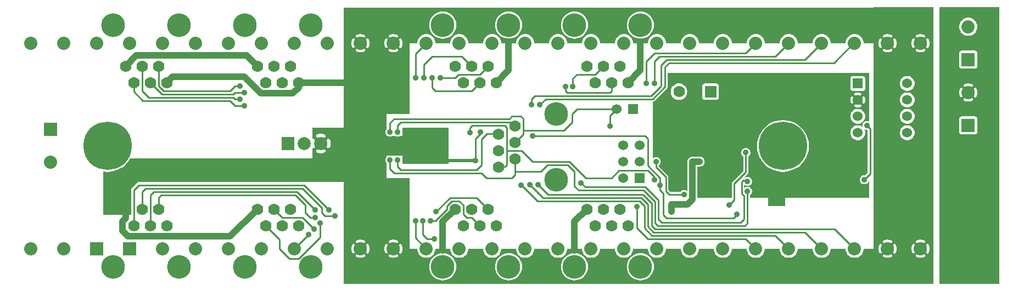
<source format=gbr>
G04 start of page 3 for group 1 idx 1 *
G04 Title: (unknown), solder *
G04 Creator: pcb 20110918 *
G04 CreationDate: Mon 26 Aug 2013 12:29:17 AM GMT UTC *
G04 For: ndholmes *
G04 Format: Gerber/RS-274X *
G04 PCB-Dimensions: 600000 170000 *
G04 PCB-Coordinate-Origin: lower left *
%MOIN*%
%FSLAX25Y25*%
%LNBOTTOM*%
%ADD60C,0.0350*%
%ADD59C,0.0280*%
%ADD58C,0.0380*%
%ADD57C,0.1285*%
%ADD56C,0.0450*%
%ADD55C,0.0300*%
%ADD54C,0.1280*%
%ADD53C,0.0480*%
%ADD52C,0.0360*%
%ADD51C,0.0600*%
%ADD50C,0.2937*%
%ADD49C,0.0787*%
%ADD48C,0.0700*%
%ADD47C,0.1440*%
%ADD46C,0.0800*%
%ADD45C,0.0200*%
%ADD44C,0.0100*%
%ADD43C,0.0400*%
%ADD42C,0.0001*%
G54D42*G36*
X380487Y22500D02*X384983D01*
X385051Y21637D01*
X385253Y20795D01*
X385584Y19995D01*
X386037Y19257D01*
X386599Y18599D01*
X387257Y18037D01*
X387995Y17584D01*
X388795Y17253D01*
X389637Y17051D01*
X390500Y16983D01*
X391363Y17051D01*
X392205Y17253D01*
X393005Y17584D01*
X393743Y18037D01*
X394401Y18599D01*
X394963Y19257D01*
X395416Y19995D01*
X395747Y20795D01*
X395949Y21637D01*
X396000Y22500D01*
X404983D01*
X405051Y21637D01*
X405253Y20795D01*
X405584Y19995D01*
X406037Y19257D01*
X406599Y18599D01*
X407257Y18037D01*
X407995Y17584D01*
X408795Y17253D01*
X409637Y17051D01*
X410500Y16983D01*
X411363Y17051D01*
X412205Y17253D01*
X413005Y17584D01*
X413743Y18037D01*
X414401Y18599D01*
X414963Y19257D01*
X415416Y19995D01*
X415747Y20795D01*
X415949Y21637D01*
X416000Y22500D01*
X424983D01*
X425051Y21637D01*
X425253Y20795D01*
X425584Y19995D01*
X426037Y19257D01*
X426599Y18599D01*
X427257Y18037D01*
X427995Y17584D01*
X428795Y17253D01*
X429637Y17051D01*
X430500Y16983D01*
X431363Y17051D01*
X432205Y17253D01*
X433005Y17584D01*
X433743Y18037D01*
X434401Y18599D01*
X434963Y19257D01*
X435416Y19995D01*
X435747Y20795D01*
X435949Y21637D01*
X436000Y22500D01*
X444983D01*
X445051Y21637D01*
X445253Y20795D01*
X445584Y19995D01*
X446037Y19257D01*
X446599Y18599D01*
X447257Y18037D01*
X447995Y17584D01*
X448795Y17253D01*
X449637Y17051D01*
X450500Y16983D01*
X451363Y17051D01*
X452205Y17253D01*
X453005Y17584D01*
X453743Y18037D01*
X454401Y18599D01*
X454963Y19257D01*
X455416Y19995D01*
X455747Y20795D01*
X455949Y21637D01*
X456000Y22500D01*
X464983D01*
X465051Y21637D01*
X465253Y20795D01*
X465584Y19995D01*
X466037Y19257D01*
X466599Y18599D01*
X467257Y18037D01*
X467995Y17584D01*
X468795Y17253D01*
X469637Y17051D01*
X470500Y16983D01*
X471363Y17051D01*
X472205Y17253D01*
X473005Y17584D01*
X473743Y18037D01*
X474401Y18599D01*
X474963Y19257D01*
X475416Y19995D01*
X475747Y20795D01*
X475949Y21637D01*
X476000Y22500D01*
X484983D01*
X485051Y21637D01*
X485253Y20795D01*
X485584Y19995D01*
X486037Y19257D01*
X486599Y18599D01*
X487257Y18037D01*
X487995Y17584D01*
X488795Y17253D01*
X489637Y17051D01*
X490500Y16983D01*
X491363Y17051D01*
X492205Y17253D01*
X493005Y17584D01*
X493743Y18037D01*
X494401Y18599D01*
X494963Y19257D01*
X495416Y19995D01*
X495747Y20795D01*
X495949Y21637D01*
X496000Y22500D01*
X504983D01*
X505051Y21637D01*
X505253Y20795D01*
X505584Y19995D01*
X506037Y19257D01*
X506599Y18599D01*
X507257Y18037D01*
X507995Y17584D01*
X508795Y17253D01*
X509637Y17051D01*
X510500Y16983D01*
X511363Y17051D01*
X512205Y17253D01*
X513005Y17584D01*
X513743Y18037D01*
X514401Y18599D01*
X514963Y19257D01*
X515416Y19995D01*
X515747Y20795D01*
X515949Y21637D01*
X516000Y22500D01*
X524000D01*
Y1000D01*
X380487D01*
Y3276D01*
X380500Y3275D01*
X381787Y3376D01*
X383042Y3677D01*
X384234Y4171D01*
X385335Y4846D01*
X386316Y5684D01*
X387154Y6665D01*
X387829Y7766D01*
X388323Y8958D01*
X388624Y10213D01*
X388700Y11500D01*
X388624Y12787D01*
X388323Y14042D01*
X387829Y15234D01*
X387154Y16335D01*
X386316Y17316D01*
X385335Y18154D01*
X384234Y18829D01*
X383042Y19323D01*
X381787Y19624D01*
X380500Y19725D01*
X380487Y19724D01*
Y22500D01*
G37*
G36*
X340487D02*X344983D01*
X345051Y21637D01*
X345253Y20795D01*
X345584Y19995D01*
X346037Y19257D01*
X346599Y18599D01*
X347257Y18037D01*
X347995Y17584D01*
X348795Y17253D01*
X349637Y17051D01*
X350500Y16983D01*
X351363Y17051D01*
X352205Y17253D01*
X353005Y17584D01*
X353743Y18037D01*
X354401Y18599D01*
X354963Y19257D01*
X355416Y19995D01*
X355747Y20795D01*
X355949Y21637D01*
X356000Y22500D01*
X364983D01*
X365051Y21637D01*
X365253Y20795D01*
X365584Y19995D01*
X366037Y19257D01*
X366599Y18599D01*
X367257Y18037D01*
X367995Y17584D01*
X368795Y17253D01*
X369637Y17051D01*
X370500Y16983D01*
X371363Y17051D01*
X372205Y17253D01*
X373005Y17584D01*
X373743Y18037D01*
X374401Y18599D01*
X374963Y19257D01*
X375416Y19995D01*
X375747Y20795D01*
X375949Y21637D01*
X376000Y22500D01*
X380487D01*
Y19724D01*
X379213Y19624D01*
X377958Y19323D01*
X376766Y18829D01*
X375665Y18154D01*
X374684Y17316D01*
X373846Y16335D01*
X373171Y15234D01*
X372677Y14042D01*
X372376Y12787D01*
X372275Y11500D01*
X372376Y10213D01*
X372677Y8958D01*
X373171Y7766D01*
X373846Y6665D01*
X374684Y5684D01*
X375665Y4846D01*
X376766Y4171D01*
X377958Y3677D01*
X379213Y3376D01*
X380487Y3276D01*
Y1000D01*
X340487D01*
Y3276D01*
X340500Y3275D01*
X341787Y3376D01*
X343042Y3677D01*
X344234Y4171D01*
X345335Y4846D01*
X346316Y5684D01*
X347154Y6665D01*
X347829Y7766D01*
X348323Y8958D01*
X348624Y10213D01*
X348700Y11500D01*
X348624Y12787D01*
X348323Y14042D01*
X347829Y15234D01*
X347154Y16335D01*
X346316Y17316D01*
X345335Y18154D01*
X344234Y18829D01*
X343042Y19323D01*
X341787Y19624D01*
X340500Y19725D01*
X340487Y19724D01*
Y22500D01*
G37*
G36*
X300487D02*X304983D01*
X305051Y21637D01*
X305253Y20795D01*
X305584Y19995D01*
X306037Y19257D01*
X306599Y18599D01*
X307257Y18037D01*
X307995Y17584D01*
X308795Y17253D01*
X309637Y17051D01*
X310500Y16983D01*
X311363Y17051D01*
X312205Y17253D01*
X313005Y17584D01*
X313743Y18037D01*
X314401Y18599D01*
X314963Y19257D01*
X315416Y19995D01*
X315747Y20795D01*
X315949Y21637D01*
X316000Y22500D01*
X324983D01*
X325051Y21637D01*
X325253Y20795D01*
X325584Y19995D01*
X326037Y19257D01*
X326599Y18599D01*
X327257Y18037D01*
X327995Y17584D01*
X328795Y17253D01*
X329637Y17051D01*
X330500Y16983D01*
X331363Y17051D01*
X332205Y17253D01*
X333005Y17584D01*
X333743Y18037D01*
X334401Y18599D01*
X334963Y19257D01*
X335416Y19995D01*
X335747Y20795D01*
X335949Y21637D01*
X336000Y22500D01*
X340487D01*
Y19724D01*
X339213Y19624D01*
X337958Y19323D01*
X336766Y18829D01*
X335665Y18154D01*
X334684Y17316D01*
X333846Y16335D01*
X333171Y15234D01*
X332677Y14042D01*
X332376Y12787D01*
X332275Y11500D01*
X332376Y10213D01*
X332677Y8958D01*
X333171Y7766D01*
X333846Y6665D01*
X334684Y5684D01*
X335665Y4846D01*
X336766Y4171D01*
X337958Y3677D01*
X339213Y3376D01*
X340487Y3276D01*
Y1000D01*
X300487D01*
Y3276D01*
X300500Y3275D01*
X301787Y3376D01*
X303042Y3677D01*
X304234Y4171D01*
X305335Y4846D01*
X306316Y5684D01*
X307154Y6665D01*
X307829Y7766D01*
X308323Y8958D01*
X308624Y10213D01*
X308700Y11500D01*
X308624Y12787D01*
X308323Y14042D01*
X307829Y15234D01*
X307154Y16335D01*
X306316Y17316D01*
X305335Y18154D01*
X304234Y18829D01*
X303042Y19323D01*
X301787Y19624D01*
X300500Y19725D01*
X300487Y19724D01*
Y22500D01*
G37*
G36*
X260487D02*X264983D01*
X265051Y21637D01*
X265253Y20795D01*
X265584Y19995D01*
X266037Y19257D01*
X266599Y18599D01*
X267257Y18037D01*
X267995Y17584D01*
X268795Y17253D01*
X269637Y17051D01*
X270500Y16983D01*
X271363Y17051D01*
X272205Y17253D01*
X273005Y17584D01*
X273743Y18037D01*
X274401Y18599D01*
X274963Y19257D01*
X275416Y19995D01*
X275747Y20795D01*
X275949Y21637D01*
X276000Y22500D01*
X284983D01*
X285051Y21637D01*
X285253Y20795D01*
X285584Y19995D01*
X286037Y19257D01*
X286599Y18599D01*
X287257Y18037D01*
X287995Y17584D01*
X288795Y17253D01*
X289637Y17051D01*
X290500Y16983D01*
X291363Y17051D01*
X292205Y17253D01*
X293005Y17584D01*
X293743Y18037D01*
X294401Y18599D01*
X294963Y19257D01*
X295416Y19995D01*
X295747Y20795D01*
X295949Y21637D01*
X296000Y22500D01*
X300487D01*
Y19724D01*
X299213Y19624D01*
X297958Y19323D01*
X296766Y18829D01*
X295665Y18154D01*
X294684Y17316D01*
X293846Y16335D01*
X293171Y15234D01*
X292677Y14042D01*
X292376Y12787D01*
X292275Y11500D01*
X292376Y10213D01*
X292677Y8958D01*
X293171Y7766D01*
X293846Y6665D01*
X294684Y5684D01*
X295665Y4846D01*
X296766Y4171D01*
X297958Y3677D01*
X299213Y3376D01*
X300487Y3276D01*
Y1000D01*
X260487D01*
Y3276D01*
X260500Y3275D01*
X261787Y3376D01*
X263042Y3677D01*
X264234Y4171D01*
X265335Y4846D01*
X266316Y5684D01*
X267154Y6665D01*
X267829Y7766D01*
X268323Y8958D01*
X268624Y10213D01*
X268700Y11500D01*
X268624Y12787D01*
X268323Y14042D01*
X267829Y15234D01*
X267154Y16335D01*
X266316Y17316D01*
X265335Y18154D01*
X264234Y18829D01*
X263042Y19323D01*
X261787Y19624D01*
X260500Y19725D01*
X260487Y19724D01*
Y22500D01*
G37*
G36*
X230502D02*X234500D01*
X234482Y22125D01*
X234430Y21753D01*
X234342Y21388D01*
X234221Y21032D01*
X234067Y20690D01*
X234020Y20582D01*
X233993Y20467D01*
X233983Y20349D01*
X233993Y20232D01*
X234021Y20117D01*
X234066Y20008D01*
X234128Y19907D01*
X234205Y19818D01*
X234295Y19741D01*
X234395Y19680D01*
X234504Y19635D01*
X234619Y19607D01*
X234737Y19598D01*
X234855Y19608D01*
X234969Y19635D01*
X235078Y19681D01*
X235179Y19743D01*
X235269Y19819D01*
X235345Y19909D01*
X235405Y20011D01*
X235622Y20480D01*
X235789Y20969D01*
X235909Y21472D01*
X235982Y21984D01*
X236006Y22500D01*
X244983D01*
X245051Y21637D01*
X245253Y20795D01*
X245584Y19995D01*
X246037Y19257D01*
X246599Y18599D01*
X247257Y18037D01*
X247995Y17584D01*
X248795Y17253D01*
X249637Y17051D01*
X250500Y16983D01*
X251363Y17051D01*
X252205Y17253D01*
X253005Y17584D01*
X253743Y18037D01*
X254401Y18599D01*
X254963Y19257D01*
X255416Y19995D01*
X255747Y20795D01*
X255949Y21637D01*
X256000Y22500D01*
X260487D01*
Y19724D01*
X259213Y19624D01*
X257958Y19323D01*
X256766Y18829D01*
X255665Y18154D01*
X254684Y17316D01*
X253846Y16335D01*
X253171Y15234D01*
X252677Y14042D01*
X252376Y12787D01*
X252275Y11500D01*
X252376Y10213D01*
X252677Y8958D01*
X253171Y7766D01*
X253846Y6665D01*
X254684Y5684D01*
X255665Y4846D01*
X256766Y4171D01*
X257958Y3677D01*
X259213Y3376D01*
X260487Y3276D01*
Y1000D01*
X230502D01*
Y16994D01*
X231016Y17018D01*
X231528Y17091D01*
X232031Y17211D01*
X232520Y17378D01*
X232992Y17590D01*
X233093Y17651D01*
X233184Y17728D01*
X233261Y17818D01*
X233323Y17920D01*
X233369Y18029D01*
X233397Y18145D01*
X233406Y18263D01*
X233397Y18381D01*
X233370Y18497D01*
X233324Y18607D01*
X233262Y18708D01*
X233186Y18798D01*
X233095Y18876D01*
X232994Y18938D01*
X232885Y18984D01*
X232769Y19011D01*
X232651Y19021D01*
X232532Y19012D01*
X232417Y18984D01*
X232308Y18937D01*
X231968Y18779D01*
X231612Y18658D01*
X231247Y18570D01*
X230875Y18518D01*
X230502Y18500D01*
Y22500D01*
G37*
G36*
X210502D02*X214500D01*
X214482Y22125D01*
X214430Y21753D01*
X214342Y21388D01*
X214221Y21032D01*
X214067Y20690D01*
X214020Y20582D01*
X213993Y20467D01*
X213983Y20349D01*
X213993Y20232D01*
X214021Y20117D01*
X214066Y20008D01*
X214128Y19907D01*
X214205Y19818D01*
X214295Y19741D01*
X214395Y19680D01*
X214504Y19635D01*
X214619Y19607D01*
X214737Y19598D01*
X214855Y19608D01*
X214969Y19635D01*
X215078Y19681D01*
X215179Y19743D01*
X215269Y19819D01*
X215345Y19909D01*
X215405Y20011D01*
X215622Y20480D01*
X215789Y20969D01*
X215909Y21472D01*
X215982Y21984D01*
X216006Y22500D01*
X224994D01*
X225018Y21984D01*
X225091Y21472D01*
X225211Y20969D01*
X225378Y20480D01*
X225590Y20008D01*
X225651Y19907D01*
X225728Y19816D01*
X225818Y19739D01*
X225920Y19677D01*
X226029Y19631D01*
X226145Y19603D01*
X226263Y19594D01*
X226381Y19603D01*
X226497Y19630D01*
X226607Y19676D01*
X226708Y19738D01*
X226798Y19814D01*
X226876Y19905D01*
X226938Y20006D01*
X226984Y20115D01*
X227011Y20231D01*
X227021Y20349D01*
X227012Y20468D01*
X226984Y20583D01*
X226937Y20692D01*
X226779Y21032D01*
X226658Y21388D01*
X226570Y21753D01*
X226518Y22125D01*
X226500Y22500D01*
X230502D01*
Y18500D01*
X230500Y18500D01*
X230125Y18518D01*
X229753Y18570D01*
X229388Y18658D01*
X229032Y18779D01*
X228690Y18933D01*
X228582Y18980D01*
X228467Y19007D01*
X228349Y19017D01*
X228232Y19007D01*
X228117Y18979D01*
X228008Y18934D01*
X227907Y18872D01*
X227818Y18795D01*
X227741Y18705D01*
X227680Y18605D01*
X227635Y18496D01*
X227607Y18381D01*
X227598Y18263D01*
X227608Y18145D01*
X227635Y18031D01*
X227681Y17922D01*
X227743Y17821D01*
X227819Y17731D01*
X227909Y17655D01*
X228011Y17595D01*
X228480Y17378D01*
X228969Y17211D01*
X229472Y17091D01*
X229984Y17018D01*
X230500Y16994D01*
X230502Y16994D01*
Y1000D01*
X210502D01*
Y16994D01*
X211016Y17018D01*
X211528Y17091D01*
X212031Y17211D01*
X212520Y17378D01*
X212992Y17590D01*
X213093Y17651D01*
X213184Y17728D01*
X213261Y17818D01*
X213323Y17920D01*
X213369Y18029D01*
X213397Y18145D01*
X213406Y18263D01*
X213397Y18381D01*
X213370Y18497D01*
X213324Y18607D01*
X213262Y18708D01*
X213186Y18798D01*
X213095Y18876D01*
X212994Y18938D01*
X212885Y18984D01*
X212769Y19011D01*
X212651Y19021D01*
X212532Y19012D01*
X212417Y18984D01*
X212308Y18937D01*
X211968Y18779D01*
X211612Y18658D01*
X211247Y18570D01*
X210875Y18518D01*
X210502Y18500D01*
Y22500D01*
G37*
G36*
X200500D02*X204994D01*
X205018Y21984D01*
X205091Y21472D01*
X205211Y20969D01*
X205378Y20480D01*
X205590Y20008D01*
X205651Y19907D01*
X205728Y19816D01*
X205818Y19739D01*
X205920Y19677D01*
X206029Y19631D01*
X206145Y19603D01*
X206263Y19594D01*
X206381Y19603D01*
X206497Y19630D01*
X206607Y19676D01*
X206708Y19738D01*
X206798Y19814D01*
X206876Y19905D01*
X206938Y20006D01*
X206984Y20115D01*
X207011Y20231D01*
X207021Y20349D01*
X207012Y20468D01*
X206984Y20583D01*
X206937Y20692D01*
X206779Y21032D01*
X206658Y21388D01*
X206570Y21753D01*
X206518Y22125D01*
X206500Y22500D01*
X210502D01*
Y18500D01*
X210500Y18500D01*
X210125Y18518D01*
X209753Y18570D01*
X209388Y18658D01*
X209032Y18779D01*
X208690Y18933D01*
X208582Y18980D01*
X208467Y19007D01*
X208349Y19017D01*
X208232Y19007D01*
X208117Y18979D01*
X208008Y18934D01*
X207907Y18872D01*
X207818Y18795D01*
X207741Y18705D01*
X207680Y18605D01*
X207635Y18496D01*
X207607Y18381D01*
X207598Y18263D01*
X207608Y18145D01*
X207635Y18031D01*
X207681Y17922D01*
X207743Y17821D01*
X207819Y17731D01*
X207909Y17655D01*
X208011Y17595D01*
X208480Y17378D01*
X208969Y17211D01*
X209472Y17091D01*
X209984Y17018D01*
X210500Y16994D01*
X210502Y16994D01*
Y1000D01*
X200500D01*
Y22500D01*
G37*
G36*
X380487Y169000D02*X524000D01*
Y147500D01*
X516000D01*
X515949Y148363D01*
X515747Y149205D01*
X515416Y150005D01*
X514963Y150743D01*
X514401Y151401D01*
X513743Y151963D01*
X513005Y152416D01*
X512205Y152747D01*
X511363Y152949D01*
X510500Y153017D01*
X509637Y152949D01*
X508795Y152747D01*
X507995Y152416D01*
X507257Y151963D01*
X506599Y151401D01*
X506037Y150743D01*
X505584Y150005D01*
X505253Y149205D01*
X505051Y148363D01*
X504983Y147500D01*
X496000D01*
X495949Y148363D01*
X495747Y149205D01*
X495416Y150005D01*
X494963Y150743D01*
X494401Y151401D01*
X493743Y151963D01*
X493005Y152416D01*
X492205Y152747D01*
X491363Y152949D01*
X490500Y153017D01*
X489637Y152949D01*
X488795Y152747D01*
X487995Y152416D01*
X487257Y151963D01*
X486599Y151401D01*
X486037Y150743D01*
X485584Y150005D01*
X485253Y149205D01*
X485051Y148363D01*
X484983Y147500D01*
X476000D01*
X475949Y148363D01*
X475747Y149205D01*
X475416Y150005D01*
X474963Y150743D01*
X474401Y151401D01*
X473743Y151963D01*
X473005Y152416D01*
X472205Y152747D01*
X471363Y152949D01*
X470500Y153017D01*
X469637Y152949D01*
X468795Y152747D01*
X467995Y152416D01*
X467257Y151963D01*
X466599Y151401D01*
X466037Y150743D01*
X465584Y150005D01*
X465253Y149205D01*
X465051Y148363D01*
X464983Y147500D01*
X456000D01*
X455949Y148363D01*
X455747Y149205D01*
X455416Y150005D01*
X454963Y150743D01*
X454401Y151401D01*
X453743Y151963D01*
X453005Y152416D01*
X452205Y152747D01*
X451363Y152949D01*
X450500Y153017D01*
X449637Y152949D01*
X448795Y152747D01*
X447995Y152416D01*
X447257Y151963D01*
X446599Y151401D01*
X446037Y150743D01*
X445584Y150005D01*
X445253Y149205D01*
X445051Y148363D01*
X444983Y147500D01*
X436000D01*
X435949Y148363D01*
X435747Y149205D01*
X435416Y150005D01*
X434963Y150743D01*
X434401Y151401D01*
X433743Y151963D01*
X433005Y152416D01*
X432205Y152747D01*
X431363Y152949D01*
X430500Y153017D01*
X429637Y152949D01*
X428795Y152747D01*
X427995Y152416D01*
X427257Y151963D01*
X426599Y151401D01*
X426037Y150743D01*
X425584Y150005D01*
X425253Y149205D01*
X425051Y148363D01*
X424983Y147500D01*
X416000D01*
X415949Y148363D01*
X415747Y149205D01*
X415416Y150005D01*
X414963Y150743D01*
X414401Y151401D01*
X413743Y151963D01*
X413005Y152416D01*
X412205Y152747D01*
X411363Y152949D01*
X410500Y153017D01*
X409637Y152949D01*
X408795Y152747D01*
X407995Y152416D01*
X407257Y151963D01*
X406599Y151401D01*
X406037Y150743D01*
X405584Y150005D01*
X405253Y149205D01*
X405051Y148363D01*
X404983Y147500D01*
X396000D01*
X395949Y148363D01*
X395747Y149205D01*
X395416Y150005D01*
X394963Y150743D01*
X394401Y151401D01*
X393743Y151963D01*
X393005Y152416D01*
X392205Y152747D01*
X391363Y152949D01*
X390500Y153017D01*
X389637Y152949D01*
X388795Y152747D01*
X387995Y152416D01*
X387257Y151963D01*
X386599Y151401D01*
X386037Y150743D01*
X385584Y150005D01*
X385253Y149205D01*
X385051Y148363D01*
X384983Y147500D01*
X380487D01*
Y150276D01*
X380500Y150275D01*
X381787Y150376D01*
X383042Y150677D01*
X384234Y151171D01*
X385335Y151846D01*
X386316Y152684D01*
X387154Y153665D01*
X387829Y154766D01*
X388323Y155958D01*
X388624Y157213D01*
X388700Y158500D01*
X388624Y159787D01*
X388323Y161042D01*
X387829Y162234D01*
X387154Y163335D01*
X386316Y164316D01*
X385335Y165154D01*
X384234Y165829D01*
X383042Y166323D01*
X381787Y166624D01*
X380500Y166725D01*
X380487Y166724D01*
Y169000D01*
G37*
G36*
X340487D02*X380487D01*
Y166724D01*
X379213Y166624D01*
X377958Y166323D01*
X376766Y165829D01*
X375665Y165154D01*
X374684Y164316D01*
X373846Y163335D01*
X373171Y162234D01*
X372677Y161042D01*
X372376Y159787D01*
X372275Y158500D01*
X372376Y157213D01*
X372677Y155958D01*
X373171Y154766D01*
X373846Y153665D01*
X374684Y152684D01*
X375665Y151846D01*
X376766Y151171D01*
X377958Y150677D01*
X379213Y150376D01*
X380487Y150276D01*
Y147500D01*
X376000D01*
X375949Y148363D01*
X375747Y149205D01*
X375416Y150005D01*
X374963Y150743D01*
X374401Y151401D01*
X373743Y151963D01*
X373005Y152416D01*
X372205Y152747D01*
X371363Y152949D01*
X370500Y153017D01*
X369637Y152949D01*
X368795Y152747D01*
X367995Y152416D01*
X367257Y151963D01*
X366599Y151401D01*
X366037Y150743D01*
X365584Y150005D01*
X365253Y149205D01*
X365051Y148363D01*
X364983Y147500D01*
X356000D01*
X355949Y148363D01*
X355747Y149205D01*
X355416Y150005D01*
X354963Y150743D01*
X354401Y151401D01*
X353743Y151963D01*
X353005Y152416D01*
X352205Y152747D01*
X351363Y152949D01*
X350500Y153017D01*
X349637Y152949D01*
X348795Y152747D01*
X347995Y152416D01*
X347257Y151963D01*
X346599Y151401D01*
X346037Y150743D01*
X345584Y150005D01*
X345253Y149205D01*
X345051Y148363D01*
X344983Y147500D01*
X340487D01*
Y150276D01*
X340500Y150275D01*
X341787Y150376D01*
X343042Y150677D01*
X344234Y151171D01*
X345335Y151846D01*
X346316Y152684D01*
X347154Y153665D01*
X347829Y154766D01*
X348323Y155958D01*
X348624Y157213D01*
X348700Y158500D01*
X348624Y159787D01*
X348323Y161042D01*
X347829Y162234D01*
X347154Y163335D01*
X346316Y164316D01*
X345335Y165154D01*
X344234Y165829D01*
X343042Y166323D01*
X341787Y166624D01*
X340500Y166725D01*
X340487Y166724D01*
Y169000D01*
G37*
G36*
X300487D02*X340487D01*
Y166724D01*
X339213Y166624D01*
X337958Y166323D01*
X336766Y165829D01*
X335665Y165154D01*
X334684Y164316D01*
X333846Y163335D01*
X333171Y162234D01*
X332677Y161042D01*
X332376Y159787D01*
X332275Y158500D01*
X332376Y157213D01*
X332677Y155958D01*
X333171Y154766D01*
X333846Y153665D01*
X334684Y152684D01*
X335665Y151846D01*
X336766Y151171D01*
X337958Y150677D01*
X339213Y150376D01*
X340487Y150276D01*
Y147500D01*
X336000D01*
X335949Y148363D01*
X335747Y149205D01*
X335416Y150005D01*
X334963Y150743D01*
X334401Y151401D01*
X333743Y151963D01*
X333005Y152416D01*
X332205Y152747D01*
X331363Y152949D01*
X330500Y153017D01*
X329637Y152949D01*
X328795Y152747D01*
X327995Y152416D01*
X327257Y151963D01*
X326599Y151401D01*
X326037Y150743D01*
X325584Y150005D01*
X325253Y149205D01*
X325051Y148363D01*
X324983Y147500D01*
X316000D01*
X315949Y148363D01*
X315747Y149205D01*
X315416Y150005D01*
X314963Y150743D01*
X314401Y151401D01*
X313743Y151963D01*
X313005Y152416D01*
X312205Y152747D01*
X311363Y152949D01*
X310500Y153017D01*
X309637Y152949D01*
X308795Y152747D01*
X307995Y152416D01*
X307257Y151963D01*
X306599Y151401D01*
X306037Y150743D01*
X305584Y150005D01*
X305253Y149205D01*
X305051Y148363D01*
X304983Y147500D01*
X300487D01*
Y150276D01*
X300500Y150275D01*
X301787Y150376D01*
X303042Y150677D01*
X304234Y151171D01*
X305335Y151846D01*
X306316Y152684D01*
X307154Y153665D01*
X307829Y154766D01*
X308323Y155958D01*
X308624Y157213D01*
X308700Y158500D01*
X308624Y159787D01*
X308323Y161042D01*
X307829Y162234D01*
X307154Y163335D01*
X306316Y164316D01*
X305335Y165154D01*
X304234Y165829D01*
X303042Y166323D01*
X301787Y166624D01*
X300500Y166725D01*
X300487Y166724D01*
Y169000D01*
G37*
G36*
X260487D02*X300487D01*
Y166724D01*
X299213Y166624D01*
X297958Y166323D01*
X296766Y165829D01*
X295665Y165154D01*
X294684Y164316D01*
X293846Y163335D01*
X293171Y162234D01*
X292677Y161042D01*
X292376Y159787D01*
X292275Y158500D01*
X292376Y157213D01*
X292677Y155958D01*
X293171Y154766D01*
X293846Y153665D01*
X294684Y152684D01*
X295665Y151846D01*
X296766Y151171D01*
X297958Y150677D01*
X299213Y150376D01*
X300487Y150276D01*
Y147500D01*
X296000D01*
X295949Y148363D01*
X295747Y149205D01*
X295416Y150005D01*
X294963Y150743D01*
X294401Y151401D01*
X293743Y151963D01*
X293005Y152416D01*
X292205Y152747D01*
X291363Y152949D01*
X290500Y153017D01*
X289637Y152949D01*
X288795Y152747D01*
X287995Y152416D01*
X287257Y151963D01*
X286599Y151401D01*
X286037Y150743D01*
X285584Y150005D01*
X285253Y149205D01*
X285051Y148363D01*
X284983Y147500D01*
X276000D01*
X275949Y148363D01*
X275747Y149205D01*
X275416Y150005D01*
X274963Y150743D01*
X274401Y151401D01*
X273743Y151963D01*
X273005Y152416D01*
X272205Y152747D01*
X271363Y152949D01*
X270500Y153017D01*
X269637Y152949D01*
X268795Y152747D01*
X267995Y152416D01*
X267257Y151963D01*
X266599Y151401D01*
X266037Y150743D01*
X265584Y150005D01*
X265253Y149205D01*
X265051Y148363D01*
X264983Y147500D01*
X260487D01*
Y150276D01*
X260500Y150275D01*
X261787Y150376D01*
X263042Y150677D01*
X264234Y151171D01*
X265335Y151846D01*
X266316Y152684D01*
X267154Y153665D01*
X267829Y154766D01*
X268323Y155958D01*
X268624Y157213D01*
X268700Y158500D01*
X268624Y159787D01*
X268323Y161042D01*
X267829Y162234D01*
X267154Y163335D01*
X266316Y164316D01*
X265335Y165154D01*
X264234Y165829D01*
X263042Y166323D01*
X261787Y166624D01*
X260500Y166725D01*
X260487Y166724D01*
Y169000D01*
G37*
G36*
X230498D02*X260487D01*
Y166724D01*
X259213Y166624D01*
X257958Y166323D01*
X256766Y165829D01*
X255665Y165154D01*
X254684Y164316D01*
X253846Y163335D01*
X253171Y162234D01*
X252677Y161042D01*
X252376Y159787D01*
X252275Y158500D01*
X252376Y157213D01*
X252677Y155958D01*
X253171Y154766D01*
X253846Y153665D01*
X254684Y152684D01*
X255665Y151846D01*
X256766Y151171D01*
X257958Y150677D01*
X259213Y150376D01*
X260487Y150276D01*
Y147500D01*
X256000D01*
X255949Y148363D01*
X255747Y149205D01*
X255416Y150005D01*
X254963Y150743D01*
X254401Y151401D01*
X253743Y151963D01*
X253005Y152416D01*
X252205Y152747D01*
X251363Y152949D01*
X250500Y153017D01*
X249637Y152949D01*
X248795Y152747D01*
X247995Y152416D01*
X247257Y151963D01*
X246599Y151401D01*
X246037Y150743D01*
X245584Y150005D01*
X245253Y149205D01*
X245051Y148363D01*
X244983Y147500D01*
X236006D01*
X235982Y148016D01*
X235909Y148528D01*
X235789Y149031D01*
X235622Y149520D01*
X235410Y149992D01*
X235349Y150093D01*
X235272Y150184D01*
X235182Y150261D01*
X235080Y150323D01*
X234971Y150369D01*
X234855Y150397D01*
X234737Y150406D01*
X234619Y150397D01*
X234503Y150370D01*
X234393Y150324D01*
X234292Y150262D01*
X234202Y150186D01*
X234124Y150095D01*
X234062Y149994D01*
X234016Y149885D01*
X233989Y149769D01*
X233979Y149651D01*
X233988Y149532D01*
X234016Y149417D01*
X234063Y149308D01*
X234221Y148968D01*
X234342Y148612D01*
X234430Y148247D01*
X234482Y147875D01*
X234500Y147500D01*
X230498D01*
Y151500D01*
X230500Y151500D01*
X230875Y151482D01*
X231247Y151430D01*
X231612Y151342D01*
X231968Y151221D01*
X232310Y151067D01*
X232418Y151020D01*
X232533Y150993D01*
X232651Y150983D01*
X232768Y150993D01*
X232883Y151021D01*
X232992Y151066D01*
X233093Y151128D01*
X233182Y151205D01*
X233259Y151295D01*
X233320Y151395D01*
X233365Y151504D01*
X233393Y151619D01*
X233402Y151737D01*
X233392Y151855D01*
X233365Y151969D01*
X233319Y152078D01*
X233257Y152179D01*
X233181Y152269D01*
X233091Y152345D01*
X232989Y152405D01*
X232520Y152622D01*
X232031Y152789D01*
X231528Y152909D01*
X231016Y152982D01*
X230500Y153006D01*
X230498Y153006D01*
Y169000D01*
G37*
G36*
X210498D02*X230498D01*
Y153006D01*
X229984Y152982D01*
X229472Y152909D01*
X228969Y152789D01*
X228480Y152622D01*
X228008Y152410D01*
X227907Y152349D01*
X227816Y152272D01*
X227739Y152182D01*
X227677Y152080D01*
X227631Y151971D01*
X227603Y151855D01*
X227594Y151737D01*
X227603Y151619D01*
X227630Y151503D01*
X227676Y151393D01*
X227738Y151292D01*
X227814Y151202D01*
X227905Y151124D01*
X228006Y151062D01*
X228115Y151016D01*
X228231Y150989D01*
X228349Y150979D01*
X228468Y150988D01*
X228583Y151016D01*
X228692Y151063D01*
X229032Y151221D01*
X229388Y151342D01*
X229753Y151430D01*
X230125Y151482D01*
X230498Y151500D01*
Y147500D01*
X226500D01*
Y147500D01*
X226518Y147875D01*
X226570Y148247D01*
X226658Y148612D01*
X226779Y148968D01*
X226933Y149310D01*
X226980Y149418D01*
X227007Y149533D01*
X227017Y149651D01*
X227007Y149768D01*
X226979Y149883D01*
X226934Y149992D01*
X226872Y150093D01*
X226795Y150182D01*
X226705Y150259D01*
X226605Y150320D01*
X226496Y150365D01*
X226381Y150393D01*
X226263Y150402D01*
X226145Y150392D01*
X226031Y150365D01*
X225922Y150319D01*
X225821Y150257D01*
X225731Y150181D01*
X225655Y150091D01*
X225595Y149989D01*
X225378Y149520D01*
X225211Y149031D01*
X225091Y148528D01*
X225018Y148016D01*
X224994Y147500D01*
X216006D01*
X215982Y148016D01*
X215909Y148528D01*
X215789Y149031D01*
X215622Y149520D01*
X215410Y149992D01*
X215349Y150093D01*
X215272Y150184D01*
X215182Y150261D01*
X215080Y150323D01*
X214971Y150369D01*
X214855Y150397D01*
X214737Y150406D01*
X214619Y150397D01*
X214503Y150370D01*
X214393Y150324D01*
X214292Y150262D01*
X214202Y150186D01*
X214124Y150095D01*
X214062Y149994D01*
X214016Y149885D01*
X213989Y149769D01*
X213979Y149651D01*
X213988Y149532D01*
X214016Y149417D01*
X214063Y149308D01*
X214221Y148968D01*
X214342Y148612D01*
X214430Y148247D01*
X214482Y147875D01*
X214500Y147500D01*
X210498D01*
Y151500D01*
X210500Y151500D01*
X210875Y151482D01*
X211247Y151430D01*
X211612Y151342D01*
X211968Y151221D01*
X212310Y151067D01*
X212418Y151020D01*
X212533Y150993D01*
X212651Y150983D01*
X212768Y150993D01*
X212883Y151021D01*
X212992Y151066D01*
X213093Y151128D01*
X213182Y151205D01*
X213259Y151295D01*
X213320Y151395D01*
X213365Y151504D01*
X213393Y151619D01*
X213402Y151737D01*
X213392Y151855D01*
X213365Y151969D01*
X213319Y152078D01*
X213257Y152179D01*
X213181Y152269D01*
X213091Y152345D01*
X212989Y152405D01*
X212520Y152622D01*
X212031Y152789D01*
X211528Y152909D01*
X211016Y152982D01*
X210500Y153006D01*
X210498Y153006D01*
Y169000D01*
G37*
G36*
X200500D02*X210498D01*
Y153006D01*
X209984Y152982D01*
X209472Y152909D01*
X208969Y152789D01*
X208480Y152622D01*
X208008Y152410D01*
X207907Y152349D01*
X207816Y152272D01*
X207739Y152182D01*
X207677Y152080D01*
X207631Y151971D01*
X207603Y151855D01*
X207594Y151737D01*
X207603Y151619D01*
X207630Y151503D01*
X207676Y151393D01*
X207738Y151292D01*
X207814Y151202D01*
X207905Y151124D01*
X208006Y151062D01*
X208115Y151016D01*
X208231Y150989D01*
X208349Y150979D01*
X208468Y150988D01*
X208583Y151016D01*
X208692Y151063D01*
X209032Y151221D01*
X209388Y151342D01*
X209753Y151430D01*
X210125Y151482D01*
X210498Y151500D01*
Y147500D01*
X206500D01*
Y147500D01*
X206518Y147875D01*
X206570Y148247D01*
X206658Y148612D01*
X206779Y148968D01*
X206933Y149310D01*
X206980Y149418D01*
X207007Y149533D01*
X207017Y149651D01*
X207007Y149768D01*
X206979Y149883D01*
X206934Y149992D01*
X206872Y150093D01*
X206795Y150182D01*
X206705Y150259D01*
X206605Y150320D01*
X206496Y150365D01*
X206381Y150393D01*
X206263Y150402D01*
X206145Y150392D01*
X206031Y150365D01*
X205922Y150319D01*
X205821Y150257D01*
X205731Y150181D01*
X205655Y150091D01*
X205595Y149989D01*
X205378Y149520D01*
X205211Y149031D01*
X205091Y148528D01*
X205018Y148016D01*
X204994Y147500D01*
X200500D01*
Y169000D01*
G37*
G36*
X423106Y129500D02*X447000D01*
Y93000D01*
X423106D01*
Y113007D01*
X426841Y113014D01*
X427071Y113069D01*
X427289Y113159D01*
X427490Y113283D01*
X427670Y113436D01*
X427823Y113616D01*
X427947Y113817D01*
X428037Y114035D01*
X428092Y114265D01*
X428106Y114500D01*
X428092Y121735D01*
X428037Y121965D01*
X427947Y122183D01*
X427823Y122384D01*
X427670Y122564D01*
X427490Y122717D01*
X427289Y122841D01*
X427071Y122931D01*
X426841Y122986D01*
X426606Y123000D01*
X423106Y122993D01*
Y129500D01*
G37*
G36*
X403886D02*X423106D01*
Y122993D01*
X419371Y122986D01*
X419141Y122931D01*
X418923Y122841D01*
X418722Y122717D01*
X418542Y122564D01*
X418389Y122384D01*
X418265Y122183D01*
X418175Y121965D01*
X418120Y121735D01*
X418106Y121500D01*
X418120Y114265D01*
X418175Y114035D01*
X418265Y113817D01*
X418389Y113616D01*
X418542Y113436D01*
X418722Y113283D01*
X418923Y113159D01*
X419141Y113069D01*
X419371Y113014D01*
X419606Y113000D01*
X423106Y113007D01*
Y93000D01*
X403886D01*
Y112985D01*
X403894Y112985D01*
X404679Y113046D01*
X405444Y113230D01*
X406171Y113531D01*
X406842Y113942D01*
X407440Y114454D01*
X407952Y115052D01*
X408363Y115723D01*
X408664Y116450D01*
X408848Y117215D01*
X408894Y118000D01*
X408848Y118785D01*
X408664Y119550D01*
X408363Y120277D01*
X407952Y120948D01*
X407440Y121546D01*
X406842Y122058D01*
X406171Y122469D01*
X405444Y122770D01*
X404679Y122954D01*
X403894Y123015D01*
X403886Y123015D01*
Y129500D01*
G37*
G36*
X397000D02*X403886D01*
Y123015D01*
X403109Y122954D01*
X402344Y122770D01*
X401617Y122469D01*
X400946Y122058D01*
X400348Y121546D01*
X399836Y120948D01*
X399425Y120277D01*
X399124Y119550D01*
X398940Y118785D01*
X398879Y118000D01*
X398940Y117215D01*
X399124Y116450D01*
X399425Y115723D01*
X399836Y115052D01*
X400348Y114454D01*
X400946Y113942D01*
X401617Y113531D01*
X402344Y113230D01*
X403109Y113046D01*
X403886Y112985D01*
Y93000D01*
X388000D01*
Y111995D01*
X388235Y112014D01*
X388465Y112069D01*
X388683Y112159D01*
X388884Y112283D01*
X389061Y112439D01*
X396519Y119898D01*
X396564Y119936D01*
X396717Y120115D01*
X396717Y120116D01*
X396841Y120317D01*
X396931Y120535D01*
X396986Y120765D01*
X397005Y121000D01*
X397000Y121059D01*
Y129500D01*
G37*
G36*
X554993Y169500D02*X558500D01*
Y1000D01*
X554993D01*
Y19645D01*
X555078Y19681D01*
X555179Y19743D01*
X555269Y19819D01*
X555345Y19909D01*
X555405Y20011D01*
X555622Y20480D01*
X555789Y20969D01*
X555909Y21472D01*
X555982Y21984D01*
X556006Y22500D01*
X555982Y23016D01*
X555909Y23528D01*
X555789Y24031D01*
X555622Y24520D01*
X555410Y24992D01*
X555349Y25093D01*
X555272Y25184D01*
X555182Y25261D01*
X555080Y25323D01*
X554993Y25360D01*
Y144645D01*
X555078Y144681D01*
X555179Y144743D01*
X555269Y144819D01*
X555345Y144909D01*
X555405Y145011D01*
X555622Y145480D01*
X555789Y145969D01*
X555909Y146472D01*
X555982Y146984D01*
X556006Y147500D01*
X555982Y148016D01*
X555909Y148528D01*
X555789Y149031D01*
X555622Y149520D01*
X555410Y149992D01*
X555349Y150093D01*
X555272Y150184D01*
X555182Y150261D01*
X555080Y150323D01*
X554993Y150360D01*
Y169500D01*
G37*
G36*
X550502D02*X554993D01*
Y150360D01*
X554971Y150369D01*
X554855Y150397D01*
X554737Y150406D01*
X554619Y150397D01*
X554503Y150370D01*
X554393Y150324D01*
X554292Y150262D01*
X554202Y150186D01*
X554124Y150095D01*
X554062Y149994D01*
X554016Y149885D01*
X553989Y149769D01*
X553979Y149651D01*
X553988Y149532D01*
X554016Y149417D01*
X554063Y149308D01*
X554221Y148968D01*
X554342Y148612D01*
X554430Y148247D01*
X554482Y147875D01*
X554500Y147500D01*
X554482Y147125D01*
X554430Y146753D01*
X554342Y146388D01*
X554221Y146032D01*
X554067Y145690D01*
X554020Y145582D01*
X553993Y145467D01*
X553983Y145349D01*
X553993Y145232D01*
X554021Y145117D01*
X554066Y145008D01*
X554128Y144907D01*
X554205Y144818D01*
X554295Y144741D01*
X554395Y144680D01*
X554504Y144635D01*
X554619Y144607D01*
X554737Y144598D01*
X554855Y144608D01*
X554969Y144635D01*
X554993Y144645D01*
Y25360D01*
X554971Y25369D01*
X554855Y25397D01*
X554737Y25406D01*
X554619Y25397D01*
X554503Y25370D01*
X554393Y25324D01*
X554292Y25262D01*
X554202Y25186D01*
X554124Y25095D01*
X554062Y24994D01*
X554016Y24885D01*
X553989Y24769D01*
X553979Y24651D01*
X553988Y24532D01*
X554016Y24417D01*
X554063Y24308D01*
X554221Y23968D01*
X554342Y23612D01*
X554430Y23247D01*
X554482Y22875D01*
X554500Y22500D01*
X554482Y22125D01*
X554430Y21753D01*
X554342Y21388D01*
X554221Y21032D01*
X554067Y20690D01*
X554020Y20582D01*
X553993Y20467D01*
X553983Y20349D01*
X553993Y20232D01*
X554021Y20117D01*
X554066Y20008D01*
X554128Y19907D01*
X554205Y19818D01*
X554295Y19741D01*
X554395Y19680D01*
X554504Y19635D01*
X554619Y19607D01*
X554737Y19598D01*
X554855Y19608D01*
X554969Y19635D01*
X554993Y19645D01*
Y1000D01*
X550502D01*
Y16994D01*
X551016Y17018D01*
X551528Y17091D01*
X552031Y17211D01*
X552520Y17378D01*
X552992Y17590D01*
X553093Y17651D01*
X553184Y17728D01*
X553261Y17818D01*
X553323Y17920D01*
X553369Y18029D01*
X553397Y18145D01*
X553406Y18263D01*
X553397Y18381D01*
X553370Y18497D01*
X553324Y18607D01*
X553262Y18708D01*
X553186Y18798D01*
X553095Y18876D01*
X552994Y18938D01*
X552885Y18984D01*
X552769Y19011D01*
X552651Y19021D01*
X552532Y19012D01*
X552417Y18984D01*
X552308Y18937D01*
X551968Y18779D01*
X551612Y18658D01*
X551247Y18570D01*
X550875Y18518D01*
X550502Y18500D01*
Y26500D01*
X550875Y26482D01*
X551247Y26430D01*
X551612Y26342D01*
X551968Y26221D01*
X552310Y26067D01*
X552418Y26020D01*
X552533Y25993D01*
X552651Y25983D01*
X552768Y25993D01*
X552883Y26021D01*
X552992Y26066D01*
X553093Y26128D01*
X553182Y26205D01*
X553259Y26295D01*
X553320Y26395D01*
X553365Y26504D01*
X553393Y26619D01*
X553402Y26737D01*
X553392Y26855D01*
X553365Y26969D01*
X553319Y27078D01*
X553257Y27179D01*
X553181Y27269D01*
X553091Y27345D01*
X552989Y27405D01*
X552520Y27622D01*
X552031Y27789D01*
X551528Y27909D01*
X551016Y27982D01*
X550502Y28006D01*
Y141994D01*
X551016Y142018D01*
X551528Y142091D01*
X552031Y142211D01*
X552520Y142378D01*
X552992Y142590D01*
X553093Y142651D01*
X553184Y142728D01*
X553261Y142818D01*
X553323Y142920D01*
X553369Y143029D01*
X553397Y143145D01*
X553406Y143263D01*
X553397Y143381D01*
X553370Y143497D01*
X553324Y143607D01*
X553262Y143708D01*
X553186Y143798D01*
X553095Y143876D01*
X552994Y143938D01*
X552885Y143984D01*
X552769Y144011D01*
X552651Y144021D01*
X552532Y144012D01*
X552417Y143984D01*
X552308Y143937D01*
X551968Y143779D01*
X551612Y143658D01*
X551247Y143570D01*
X550875Y143518D01*
X550502Y143500D01*
Y151500D01*
X550875Y151482D01*
X551247Y151430D01*
X551612Y151342D01*
X551968Y151221D01*
X552310Y151067D01*
X552418Y151020D01*
X552533Y150993D01*
X552651Y150983D01*
X552768Y150993D01*
X552883Y151021D01*
X552992Y151066D01*
X553093Y151128D01*
X553182Y151205D01*
X553259Y151295D01*
X553320Y151395D01*
X553365Y151504D01*
X553393Y151619D01*
X553402Y151737D01*
X553392Y151855D01*
X553365Y151969D01*
X553319Y152078D01*
X553257Y152179D01*
X553181Y152269D01*
X553091Y152345D01*
X552989Y152405D01*
X552520Y152622D01*
X552031Y152789D01*
X551528Y152909D01*
X551016Y152982D01*
X550502Y153006D01*
Y169500D01*
G37*
G36*
X546007D02*X550502D01*
Y153006D01*
X550500Y153006D01*
X549984Y152982D01*
X549472Y152909D01*
X548969Y152789D01*
X548480Y152622D01*
X548008Y152410D01*
X547907Y152349D01*
X547816Y152272D01*
X547739Y152182D01*
X547677Y152080D01*
X547631Y151971D01*
X547603Y151855D01*
X547594Y151737D01*
X547603Y151619D01*
X547630Y151503D01*
X547676Y151393D01*
X547738Y151292D01*
X547814Y151202D01*
X547905Y151124D01*
X548006Y151062D01*
X548115Y151016D01*
X548231Y150989D01*
X548349Y150979D01*
X548468Y150988D01*
X548583Y151016D01*
X548692Y151063D01*
X549032Y151221D01*
X549388Y151342D01*
X549753Y151430D01*
X550125Y151482D01*
X550500Y151500D01*
X550502Y151500D01*
Y143500D01*
X550500Y143500D01*
X550125Y143518D01*
X549753Y143570D01*
X549388Y143658D01*
X549032Y143779D01*
X548690Y143933D01*
X548582Y143980D01*
X548467Y144007D01*
X548349Y144017D01*
X548232Y144007D01*
X548117Y143979D01*
X548008Y143934D01*
X547907Y143872D01*
X547818Y143795D01*
X547741Y143705D01*
X547680Y143605D01*
X547635Y143496D01*
X547607Y143381D01*
X547598Y143263D01*
X547608Y143145D01*
X547635Y143031D01*
X547681Y142922D01*
X547743Y142821D01*
X547819Y142731D01*
X547909Y142655D01*
X548011Y142595D01*
X548480Y142378D01*
X548969Y142211D01*
X549472Y142091D01*
X549984Y142018D01*
X550500Y141994D01*
X550502Y141994D01*
Y28006D01*
X550500Y28006D01*
X549984Y27982D01*
X549472Y27909D01*
X548969Y27789D01*
X548480Y27622D01*
X548008Y27410D01*
X547907Y27349D01*
X547816Y27272D01*
X547739Y27182D01*
X547677Y27080D01*
X547631Y26971D01*
X547603Y26855D01*
X547594Y26737D01*
X547603Y26619D01*
X547630Y26503D01*
X547676Y26393D01*
X547738Y26292D01*
X547814Y26202D01*
X547905Y26124D01*
X548006Y26062D01*
X548115Y26016D01*
X548231Y25989D01*
X548349Y25979D01*
X548468Y25988D01*
X548583Y26016D01*
X548692Y26063D01*
X549032Y26221D01*
X549388Y26342D01*
X549753Y26430D01*
X550125Y26482D01*
X550500Y26500D01*
X550502Y26500D01*
Y18500D01*
X550500Y18500D01*
X550125Y18518D01*
X549753Y18570D01*
X549388Y18658D01*
X549032Y18779D01*
X548690Y18933D01*
X548582Y18980D01*
X548467Y19007D01*
X548349Y19017D01*
X548232Y19007D01*
X548117Y18979D01*
X548008Y18934D01*
X547907Y18872D01*
X547818Y18795D01*
X547741Y18705D01*
X547680Y18605D01*
X547635Y18496D01*
X547607Y18381D01*
X547598Y18263D01*
X547608Y18145D01*
X547635Y18031D01*
X547681Y17922D01*
X547743Y17821D01*
X547819Y17731D01*
X547909Y17655D01*
X548011Y17595D01*
X548480Y17378D01*
X548969Y17211D01*
X549472Y17091D01*
X549984Y17018D01*
X550500Y16994D01*
X550502Y16994D01*
Y1000D01*
X546007D01*
Y19640D01*
X546029Y19631D01*
X546145Y19603D01*
X546263Y19594D01*
X546381Y19603D01*
X546497Y19630D01*
X546607Y19676D01*
X546708Y19738D01*
X546798Y19814D01*
X546876Y19905D01*
X546938Y20006D01*
X546984Y20115D01*
X547011Y20231D01*
X547021Y20349D01*
X547012Y20468D01*
X546984Y20583D01*
X546937Y20692D01*
X546779Y21032D01*
X546658Y21388D01*
X546570Y21753D01*
X546518Y22125D01*
X546500Y22500D01*
X546518Y22875D01*
X546570Y23247D01*
X546658Y23612D01*
X546779Y23968D01*
X546933Y24310D01*
X546980Y24418D01*
X547007Y24533D01*
X547017Y24651D01*
X547007Y24768D01*
X546979Y24883D01*
X546934Y24992D01*
X546872Y25093D01*
X546795Y25182D01*
X546705Y25259D01*
X546605Y25320D01*
X546496Y25365D01*
X546381Y25393D01*
X546263Y25402D01*
X546145Y25392D01*
X546031Y25365D01*
X546007Y25355D01*
Y90178D01*
X546152Y90347D01*
X546522Y90951D01*
X546793Y91605D01*
X546958Y92294D01*
X547000Y93000D01*
X546958Y93706D01*
X546793Y94395D01*
X546522Y95049D01*
X546152Y95653D01*
X546007Y95822D01*
Y100178D01*
X546152Y100347D01*
X546522Y100951D01*
X546793Y101605D01*
X546958Y102294D01*
X547000Y103000D01*
X546958Y103706D01*
X546793Y104395D01*
X546522Y105049D01*
X546152Y105653D01*
X546007Y105822D01*
Y110178D01*
X546152Y110347D01*
X546522Y110951D01*
X546793Y111605D01*
X546958Y112294D01*
X547000Y113000D01*
X546958Y113706D01*
X546793Y114395D01*
X546522Y115049D01*
X546152Y115653D01*
X546007Y115822D01*
Y120178D01*
X546152Y120347D01*
X546522Y120951D01*
X546793Y121605D01*
X546958Y122294D01*
X547000Y123000D01*
X546958Y123706D01*
X546793Y124395D01*
X546522Y125049D01*
X546152Y125653D01*
X546007Y125822D01*
Y144640D01*
X546029Y144631D01*
X546145Y144603D01*
X546263Y144594D01*
X546381Y144603D01*
X546497Y144630D01*
X546607Y144676D01*
X546708Y144738D01*
X546798Y144814D01*
X546876Y144905D01*
X546938Y145006D01*
X546984Y145115D01*
X547011Y145231D01*
X547021Y145349D01*
X547012Y145468D01*
X546984Y145583D01*
X546937Y145692D01*
X546779Y146032D01*
X546658Y146388D01*
X546570Y146753D01*
X546518Y147125D01*
X546500Y147500D01*
X546518Y147875D01*
X546570Y148247D01*
X546658Y148612D01*
X546779Y148968D01*
X546933Y149310D01*
X546980Y149418D01*
X547007Y149533D01*
X547017Y149651D01*
X547007Y149768D01*
X546979Y149883D01*
X546934Y149992D01*
X546872Y150093D01*
X546795Y150182D01*
X546705Y150259D01*
X546605Y150320D01*
X546496Y150365D01*
X546381Y150393D01*
X546263Y150402D01*
X546145Y150392D01*
X546031Y150365D01*
X546007Y150355D01*
Y169500D01*
G37*
G36*
X534993D02*X546007D01*
Y150355D01*
X545922Y150319D01*
X545821Y150257D01*
X545731Y150181D01*
X545655Y150091D01*
X545595Y149989D01*
X545378Y149520D01*
X545211Y149031D01*
X545091Y148528D01*
X545018Y148016D01*
X544994Y147500D01*
X545018Y146984D01*
X545091Y146472D01*
X545211Y145969D01*
X545378Y145480D01*
X545590Y145008D01*
X545651Y144907D01*
X545728Y144816D01*
X545818Y144739D01*
X545920Y144677D01*
X546007Y144640D01*
Y125822D01*
X545692Y126192D01*
X545153Y126652D01*
X544549Y127022D01*
X543895Y127293D01*
X543206Y127458D01*
X542500Y127514D01*
X541794Y127458D01*
X541105Y127293D01*
X540451Y127022D01*
X539847Y126652D01*
X539308Y126192D01*
X538848Y125653D01*
X538478Y125049D01*
X538207Y124395D01*
X538042Y123706D01*
X537986Y123000D01*
X538042Y122294D01*
X538207Y121605D01*
X538478Y120951D01*
X538848Y120347D01*
X539308Y119808D01*
X539847Y119348D01*
X540451Y118978D01*
X541105Y118707D01*
X541794Y118542D01*
X542500Y118486D01*
X543206Y118542D01*
X543895Y118707D01*
X544549Y118978D01*
X545153Y119348D01*
X545692Y119808D01*
X546007Y120178D01*
Y115822D01*
X545692Y116192D01*
X545153Y116652D01*
X544549Y117022D01*
X543895Y117293D01*
X543206Y117458D01*
X542500Y117514D01*
X541794Y117458D01*
X541105Y117293D01*
X540451Y117022D01*
X539847Y116652D01*
X539308Y116192D01*
X538848Y115653D01*
X538478Y115049D01*
X538207Y114395D01*
X538042Y113706D01*
X537986Y113000D01*
X538042Y112294D01*
X538207Y111605D01*
X538478Y110951D01*
X538848Y110347D01*
X539308Y109808D01*
X539847Y109348D01*
X540451Y108978D01*
X541105Y108707D01*
X541794Y108542D01*
X542500Y108486D01*
X543206Y108542D01*
X543895Y108707D01*
X544549Y108978D01*
X545153Y109348D01*
X545692Y109808D01*
X546007Y110178D01*
Y105822D01*
X545692Y106192D01*
X545153Y106652D01*
X544549Y107022D01*
X543895Y107293D01*
X543206Y107458D01*
X542500Y107514D01*
X541794Y107458D01*
X541105Y107293D01*
X540451Y107022D01*
X539847Y106652D01*
X539308Y106192D01*
X538848Y105653D01*
X538478Y105049D01*
X538207Y104395D01*
X538042Y103706D01*
X537986Y103000D01*
X538042Y102294D01*
X538207Y101605D01*
X538478Y100951D01*
X538848Y100347D01*
X539308Y99808D01*
X539847Y99348D01*
X540451Y98978D01*
X541105Y98707D01*
X541794Y98542D01*
X542500Y98486D01*
X543206Y98542D01*
X543895Y98707D01*
X544549Y98978D01*
X545153Y99348D01*
X545692Y99808D01*
X546007Y100178D01*
Y95822D01*
X545692Y96192D01*
X545153Y96652D01*
X544549Y97022D01*
X543895Y97293D01*
X543206Y97458D01*
X542500Y97514D01*
X541794Y97458D01*
X541105Y97293D01*
X540451Y97022D01*
X539847Y96652D01*
X539308Y96192D01*
X538848Y95653D01*
X538478Y95049D01*
X538207Y94395D01*
X538042Y93706D01*
X537986Y93000D01*
X538042Y92294D01*
X538207Y91605D01*
X538478Y90951D01*
X538848Y90347D01*
X539308Y89808D01*
X539847Y89348D01*
X540451Y88978D01*
X541105Y88707D01*
X541794Y88542D01*
X542500Y88486D01*
X543206Y88542D01*
X543895Y88707D01*
X544549Y88978D01*
X545153Y89348D01*
X545692Y89808D01*
X546007Y90178D01*
Y25355D01*
X545922Y25319D01*
X545821Y25257D01*
X545731Y25181D01*
X545655Y25091D01*
X545595Y24989D01*
X545378Y24520D01*
X545211Y24031D01*
X545091Y23528D01*
X545018Y23016D01*
X544994Y22500D01*
X545018Y21984D01*
X545091Y21472D01*
X545211Y20969D01*
X545378Y20480D01*
X545590Y20008D01*
X545651Y19907D01*
X545728Y19816D01*
X545818Y19739D01*
X545920Y19677D01*
X546007Y19640D01*
Y1000D01*
X534993D01*
Y19645D01*
X535078Y19681D01*
X535179Y19743D01*
X535269Y19819D01*
X535345Y19909D01*
X535405Y20011D01*
X535622Y20480D01*
X535789Y20969D01*
X535909Y21472D01*
X535982Y21984D01*
X536006Y22500D01*
X535982Y23016D01*
X535909Y23528D01*
X535789Y24031D01*
X535622Y24520D01*
X535410Y24992D01*
X535349Y25093D01*
X535272Y25184D01*
X535182Y25261D01*
X535080Y25323D01*
X534993Y25360D01*
Y144645D01*
X535078Y144681D01*
X535179Y144743D01*
X535269Y144819D01*
X535345Y144909D01*
X535405Y145011D01*
X535622Y145480D01*
X535789Y145969D01*
X535909Y146472D01*
X535982Y146984D01*
X536006Y147500D01*
X535982Y148016D01*
X535909Y148528D01*
X535789Y149031D01*
X535622Y149520D01*
X535410Y149992D01*
X535349Y150093D01*
X535272Y150184D01*
X535182Y150261D01*
X535080Y150323D01*
X534993Y150360D01*
Y169500D01*
G37*
G36*
X530502D02*X534993D01*
Y150360D01*
X534971Y150369D01*
X534855Y150397D01*
X534737Y150406D01*
X534619Y150397D01*
X534503Y150370D01*
X534393Y150324D01*
X534292Y150262D01*
X534202Y150186D01*
X534124Y150095D01*
X534062Y149994D01*
X534016Y149885D01*
X533989Y149769D01*
X533979Y149651D01*
X533988Y149532D01*
X534016Y149417D01*
X534063Y149308D01*
X534221Y148968D01*
X534342Y148612D01*
X534430Y148247D01*
X534482Y147875D01*
X534500Y147500D01*
X534482Y147125D01*
X534430Y146753D01*
X534342Y146388D01*
X534221Y146032D01*
X534067Y145690D01*
X534020Y145582D01*
X533993Y145467D01*
X533983Y145349D01*
X533993Y145232D01*
X534021Y145117D01*
X534066Y145008D01*
X534128Y144907D01*
X534205Y144818D01*
X534295Y144741D01*
X534395Y144680D01*
X534504Y144635D01*
X534619Y144607D01*
X534737Y144598D01*
X534855Y144608D01*
X534969Y144635D01*
X534993Y144645D01*
Y25360D01*
X534971Y25369D01*
X534855Y25397D01*
X534737Y25406D01*
X534619Y25397D01*
X534503Y25370D01*
X534393Y25324D01*
X534292Y25262D01*
X534202Y25186D01*
X534124Y25095D01*
X534062Y24994D01*
X534016Y24885D01*
X533989Y24769D01*
X533979Y24651D01*
X533988Y24532D01*
X534016Y24417D01*
X534063Y24308D01*
X534221Y23968D01*
X534342Y23612D01*
X534430Y23247D01*
X534482Y22875D01*
X534500Y22500D01*
X534482Y22125D01*
X534430Y21753D01*
X534342Y21388D01*
X534221Y21032D01*
X534067Y20690D01*
X534020Y20582D01*
X533993Y20467D01*
X533983Y20349D01*
X533993Y20232D01*
X534021Y20117D01*
X534066Y20008D01*
X534128Y19907D01*
X534205Y19818D01*
X534295Y19741D01*
X534395Y19680D01*
X534504Y19635D01*
X534619Y19607D01*
X534737Y19598D01*
X534855Y19608D01*
X534969Y19635D01*
X534993Y19645D01*
Y1000D01*
X530502D01*
Y16994D01*
X531016Y17018D01*
X531528Y17091D01*
X532031Y17211D01*
X532520Y17378D01*
X532992Y17590D01*
X533093Y17651D01*
X533184Y17728D01*
X533261Y17818D01*
X533323Y17920D01*
X533369Y18029D01*
X533397Y18145D01*
X533406Y18263D01*
X533397Y18381D01*
X533370Y18497D01*
X533324Y18607D01*
X533262Y18708D01*
X533186Y18798D01*
X533095Y18876D01*
X532994Y18938D01*
X532885Y18984D01*
X532769Y19011D01*
X532651Y19021D01*
X532532Y19012D01*
X532417Y18984D01*
X532308Y18937D01*
X531968Y18779D01*
X531612Y18658D01*
X531247Y18570D01*
X530875Y18518D01*
X530502Y18500D01*
Y26500D01*
X530875Y26482D01*
X531247Y26430D01*
X531612Y26342D01*
X531968Y26221D01*
X532310Y26067D01*
X532418Y26020D01*
X532533Y25993D01*
X532651Y25983D01*
X532768Y25993D01*
X532883Y26021D01*
X532992Y26066D01*
X533093Y26128D01*
X533182Y26205D01*
X533259Y26295D01*
X533320Y26395D01*
X533365Y26504D01*
X533393Y26619D01*
X533402Y26737D01*
X533392Y26855D01*
X533365Y26969D01*
X533319Y27078D01*
X533257Y27179D01*
X533181Y27269D01*
X533091Y27345D01*
X532989Y27405D01*
X532520Y27622D01*
X532031Y27789D01*
X531528Y27909D01*
X531016Y27982D01*
X530502Y28006D01*
Y141994D01*
X531016Y142018D01*
X531528Y142091D01*
X532031Y142211D01*
X532520Y142378D01*
X532992Y142590D01*
X533093Y142651D01*
X533184Y142728D01*
X533261Y142818D01*
X533323Y142920D01*
X533369Y143029D01*
X533397Y143145D01*
X533406Y143263D01*
X533397Y143381D01*
X533370Y143497D01*
X533324Y143607D01*
X533262Y143708D01*
X533186Y143798D01*
X533095Y143876D01*
X532994Y143938D01*
X532885Y143984D01*
X532769Y144011D01*
X532651Y144021D01*
X532532Y144012D01*
X532417Y143984D01*
X532308Y143937D01*
X531968Y143779D01*
X531612Y143658D01*
X531247Y143570D01*
X530875Y143518D01*
X530502Y143500D01*
Y151500D01*
X530875Y151482D01*
X531247Y151430D01*
X531612Y151342D01*
X531968Y151221D01*
X532310Y151067D01*
X532418Y151020D01*
X532533Y150993D01*
X532651Y150983D01*
X532768Y150993D01*
X532883Y151021D01*
X532992Y151066D01*
X533093Y151128D01*
X533182Y151205D01*
X533259Y151295D01*
X533320Y151395D01*
X533365Y151504D01*
X533393Y151619D01*
X533402Y151737D01*
X533392Y151855D01*
X533365Y151969D01*
X533319Y152078D01*
X533257Y152179D01*
X533181Y152269D01*
X533091Y152345D01*
X532989Y152405D01*
X532520Y152622D01*
X532031Y152789D01*
X531528Y152909D01*
X531016Y152982D01*
X530502Y153006D01*
Y169500D01*
G37*
G36*
X526007D02*X530502D01*
Y153006D01*
X530500Y153006D01*
X529984Y152982D01*
X529472Y152909D01*
X528969Y152789D01*
X528480Y152622D01*
X528008Y152410D01*
X527907Y152349D01*
X527816Y152272D01*
X527739Y152182D01*
X527677Y152080D01*
X527631Y151971D01*
X527603Y151855D01*
X527594Y151737D01*
X527603Y151619D01*
X527630Y151503D01*
X527676Y151393D01*
X527738Y151292D01*
X527814Y151202D01*
X527905Y151124D01*
X528006Y151062D01*
X528115Y151016D01*
X528231Y150989D01*
X528349Y150979D01*
X528468Y150988D01*
X528583Y151016D01*
X528692Y151063D01*
X529032Y151221D01*
X529388Y151342D01*
X529753Y151430D01*
X530125Y151482D01*
X530500Y151500D01*
X530502Y151500D01*
Y143500D01*
X530500Y143500D01*
X530125Y143518D01*
X529753Y143570D01*
X529388Y143658D01*
X529032Y143779D01*
X528690Y143933D01*
X528582Y143980D01*
X528467Y144007D01*
X528349Y144017D01*
X528232Y144007D01*
X528117Y143979D01*
X528008Y143934D01*
X527907Y143872D01*
X527818Y143795D01*
X527741Y143705D01*
X527680Y143605D01*
X527635Y143496D01*
X527607Y143381D01*
X527598Y143263D01*
X527608Y143145D01*
X527635Y143031D01*
X527681Y142922D01*
X527743Y142821D01*
X527819Y142731D01*
X527909Y142655D01*
X528011Y142595D01*
X528480Y142378D01*
X528969Y142211D01*
X529472Y142091D01*
X529984Y142018D01*
X530500Y141994D01*
X530502Y141994D01*
Y28006D01*
X530500Y28006D01*
X529984Y27982D01*
X529472Y27909D01*
X528969Y27789D01*
X528480Y27622D01*
X528008Y27410D01*
X527907Y27349D01*
X527816Y27272D01*
X527739Y27182D01*
X527677Y27080D01*
X527631Y26971D01*
X527603Y26855D01*
X527594Y26737D01*
X527603Y26619D01*
X527630Y26503D01*
X527676Y26393D01*
X527738Y26292D01*
X527814Y26202D01*
X527905Y26124D01*
X528006Y26062D01*
X528115Y26016D01*
X528231Y25989D01*
X528349Y25979D01*
X528468Y25988D01*
X528583Y26016D01*
X528692Y26063D01*
X529032Y26221D01*
X529388Y26342D01*
X529753Y26430D01*
X530125Y26482D01*
X530500Y26500D01*
X530502Y26500D01*
Y18500D01*
X530500Y18500D01*
X530125Y18518D01*
X529753Y18570D01*
X529388Y18658D01*
X529032Y18779D01*
X528690Y18933D01*
X528582Y18980D01*
X528467Y19007D01*
X528349Y19017D01*
X528232Y19007D01*
X528117Y18979D01*
X528008Y18934D01*
X527907Y18872D01*
X527818Y18795D01*
X527741Y18705D01*
X527680Y18605D01*
X527635Y18496D01*
X527607Y18381D01*
X527598Y18263D01*
X527608Y18145D01*
X527635Y18031D01*
X527681Y17922D01*
X527743Y17821D01*
X527819Y17731D01*
X527909Y17655D01*
X528011Y17595D01*
X528480Y17378D01*
X528969Y17211D01*
X529472Y17091D01*
X529984Y17018D01*
X530500Y16994D01*
X530502Y16994D01*
Y1000D01*
X526007D01*
Y19640D01*
X526029Y19631D01*
X526145Y19603D01*
X526263Y19594D01*
X526381Y19603D01*
X526497Y19630D01*
X526607Y19676D01*
X526708Y19738D01*
X526798Y19814D01*
X526876Y19905D01*
X526938Y20006D01*
X526984Y20115D01*
X527011Y20231D01*
X527021Y20349D01*
X527012Y20468D01*
X526984Y20583D01*
X526937Y20692D01*
X526779Y21032D01*
X526658Y21388D01*
X526570Y21753D01*
X526518Y22125D01*
X526500Y22500D01*
X526518Y22875D01*
X526570Y23247D01*
X526658Y23612D01*
X526779Y23968D01*
X526933Y24310D01*
X526980Y24418D01*
X527007Y24533D01*
X527017Y24651D01*
X527007Y24768D01*
X526979Y24883D01*
X526934Y24992D01*
X526872Y25093D01*
X526795Y25182D01*
X526705Y25259D01*
X526605Y25320D01*
X526496Y25365D01*
X526381Y25393D01*
X526263Y25402D01*
X526145Y25392D01*
X526031Y25365D01*
X526007Y25355D01*
Y144640D01*
X526029Y144631D01*
X526145Y144603D01*
X526263Y144594D01*
X526381Y144603D01*
X526497Y144630D01*
X526607Y144676D01*
X526708Y144738D01*
X526798Y144814D01*
X526876Y144905D01*
X526938Y145006D01*
X526984Y145115D01*
X527011Y145231D01*
X527021Y145349D01*
X527012Y145468D01*
X526984Y145583D01*
X526937Y145692D01*
X526779Y146032D01*
X526658Y146388D01*
X526570Y146753D01*
X526518Y147125D01*
X526500Y147500D01*
X526518Y147875D01*
X526570Y148247D01*
X526658Y148612D01*
X526779Y148968D01*
X526933Y149310D01*
X526980Y149418D01*
X527007Y149533D01*
X527017Y149651D01*
X527007Y149768D01*
X526979Y149883D01*
X526934Y149992D01*
X526872Y150093D01*
X526795Y150182D01*
X526705Y150259D01*
X526605Y150320D01*
X526496Y150365D01*
X526381Y150393D01*
X526263Y150402D01*
X526145Y150392D01*
X526031Y150365D01*
X526007Y150355D01*
Y169500D01*
G37*
G36*
X522000D02*X526007D01*
Y150355D01*
X525922Y150319D01*
X525821Y150257D01*
X525731Y150181D01*
X525655Y150091D01*
X525595Y149989D01*
X525378Y149520D01*
X525211Y149031D01*
X525091Y148528D01*
X525018Y148016D01*
X524994Y147500D01*
X525018Y146984D01*
X525091Y146472D01*
X525211Y145969D01*
X525378Y145480D01*
X525590Y145008D01*
X525651Y144907D01*
X525728Y144816D01*
X525818Y144739D01*
X525920Y144677D01*
X526007Y144640D01*
Y25355D01*
X525922Y25319D01*
X525821Y25257D01*
X525731Y25181D01*
X525655Y25091D01*
X525595Y24989D01*
X525378Y24520D01*
X525211Y24031D01*
X525091Y23528D01*
X525018Y23016D01*
X524994Y22500D01*
X525018Y21984D01*
X525091Y21472D01*
X525211Y20969D01*
X525378Y20480D01*
X525590Y20008D01*
X525651Y19907D01*
X525728Y19816D01*
X525818Y19739D01*
X525920Y19677D01*
X526007Y19640D01*
Y1000D01*
X522000D01*
Y169500D01*
G37*
G36*
X583993D02*X598500D01*
Y1000D01*
X583993D01*
Y92080D01*
X584183Y92159D01*
X584384Y92283D01*
X584564Y92436D01*
X584717Y92616D01*
X584841Y92817D01*
X584931Y93035D01*
X584986Y93265D01*
X585000Y93500D01*
X584986Y101735D01*
X584931Y101965D01*
X584841Y102183D01*
X584717Y102384D01*
X584564Y102564D01*
X584384Y102717D01*
X584183Y102841D01*
X583993Y102920D01*
Y114645D01*
X584078Y114681D01*
X584179Y114743D01*
X584269Y114819D01*
X584345Y114909D01*
X584405Y115011D01*
X584622Y115480D01*
X584789Y115969D01*
X584909Y116472D01*
X584982Y116984D01*
X585006Y117500D01*
X584982Y118016D01*
X584909Y118528D01*
X584789Y119031D01*
X584622Y119520D01*
X584410Y119992D01*
X584349Y120093D01*
X584272Y120184D01*
X584182Y120261D01*
X584080Y120323D01*
X583993Y120360D01*
Y132080D01*
X584183Y132159D01*
X584384Y132283D01*
X584564Y132436D01*
X584717Y132616D01*
X584841Y132817D01*
X584931Y133035D01*
X584986Y133265D01*
X585000Y133500D01*
X584986Y141735D01*
X584931Y141965D01*
X584841Y142183D01*
X584717Y142384D01*
X584564Y142564D01*
X584384Y142717D01*
X584183Y142841D01*
X583993Y142920D01*
Y154305D01*
X584416Y154995D01*
X584747Y155795D01*
X584949Y156637D01*
X585000Y157500D01*
X584949Y158363D01*
X584747Y159205D01*
X584416Y160005D01*
X583993Y160695D01*
Y169500D01*
G37*
G36*
Y142920D02*X583965Y142931D01*
X583735Y142986D01*
X583500Y143000D01*
X579500Y142993D01*
Y151983D01*
X580363Y152051D01*
X581205Y152253D01*
X582005Y152584D01*
X582743Y153037D01*
X583401Y153599D01*
X583963Y154257D01*
X583993Y154305D01*
Y142920D01*
G37*
G36*
Y102920D02*X583965Y102931D01*
X583735Y102986D01*
X583500Y103000D01*
X579500Y102993D01*
Y111994D01*
X580016Y112018D01*
X580528Y112091D01*
X581031Y112211D01*
X581520Y112378D01*
X581992Y112590D01*
X582093Y112651D01*
X582184Y112728D01*
X582261Y112818D01*
X582323Y112920D01*
X582369Y113029D01*
X582397Y113145D01*
X582406Y113263D01*
X582397Y113381D01*
X582370Y113497D01*
X582324Y113607D01*
X582262Y113708D01*
X582186Y113798D01*
X582095Y113876D01*
X581994Y113938D01*
X581885Y113984D01*
X581769Y114011D01*
X581651Y114021D01*
X581532Y114012D01*
X581417Y113984D01*
X581308Y113937D01*
X580968Y113779D01*
X580612Y113658D01*
X580247Y113570D01*
X579875Y113518D01*
X579500Y113500D01*
Y121500D01*
X579875Y121482D01*
X580247Y121430D01*
X580612Y121342D01*
X580968Y121221D01*
X581310Y121067D01*
X581418Y121020D01*
X581533Y120993D01*
X581651Y120983D01*
X581768Y120993D01*
X581883Y121021D01*
X581992Y121066D01*
X582093Y121128D01*
X582182Y121205D01*
X582259Y121295D01*
X582320Y121395D01*
X582365Y121504D01*
X582393Y121619D01*
X582402Y121737D01*
X582392Y121855D01*
X582365Y121969D01*
X582319Y122078D01*
X582257Y122179D01*
X582181Y122269D01*
X582091Y122345D01*
X581989Y122405D01*
X581520Y122622D01*
X581031Y122789D01*
X580528Y122909D01*
X580016Y122982D01*
X579500Y123006D01*
Y132007D01*
X583735Y132014D01*
X583965Y132069D01*
X583993Y132080D01*
Y120360D01*
X583971Y120369D01*
X583855Y120397D01*
X583737Y120406D01*
X583619Y120397D01*
X583503Y120370D01*
X583393Y120324D01*
X583292Y120262D01*
X583202Y120186D01*
X583124Y120095D01*
X583062Y119994D01*
X583016Y119885D01*
X582989Y119769D01*
X582979Y119651D01*
X582988Y119532D01*
X583016Y119417D01*
X583063Y119308D01*
X583221Y118968D01*
X583342Y118612D01*
X583430Y118247D01*
X583482Y117875D01*
X583500Y117500D01*
X583482Y117125D01*
X583430Y116753D01*
X583342Y116388D01*
X583221Y116032D01*
X583067Y115690D01*
X583020Y115582D01*
X582993Y115467D01*
X582983Y115349D01*
X582993Y115232D01*
X583021Y115117D01*
X583066Y115008D01*
X583128Y114907D01*
X583205Y114818D01*
X583295Y114741D01*
X583395Y114680D01*
X583504Y114635D01*
X583619Y114607D01*
X583737Y114598D01*
X583855Y114608D01*
X583969Y114635D01*
X583993Y114645D01*
Y102920D01*
G37*
G36*
Y1000D02*X579500D01*
Y92007D01*
X583735Y92014D01*
X583965Y92069D01*
X583993Y92080D01*
Y1000D01*
G37*
G36*
X579500Y169500D02*X583993D01*
Y160695D01*
X583963Y160743D01*
X583401Y161401D01*
X582743Y161963D01*
X582005Y162416D01*
X581205Y162747D01*
X580363Y162949D01*
X579500Y163017D01*
Y169500D01*
G37*
G36*
X575007Y92080D02*X575035Y92069D01*
X575265Y92014D01*
X575500Y92000D01*
X579500Y92007D01*
Y1000D01*
X575007D01*
Y92080D01*
G37*
G36*
Y132080D02*X575035Y132069D01*
X575265Y132014D01*
X575500Y132000D01*
X579500Y132007D01*
Y123006D01*
X578984Y122982D01*
X578472Y122909D01*
X577969Y122789D01*
X577480Y122622D01*
X577008Y122410D01*
X576907Y122349D01*
X576816Y122272D01*
X576739Y122182D01*
X576677Y122080D01*
X576631Y121971D01*
X576603Y121855D01*
X576594Y121737D01*
X576603Y121619D01*
X576630Y121503D01*
X576676Y121393D01*
X576738Y121292D01*
X576814Y121202D01*
X576905Y121124D01*
X577006Y121062D01*
X577115Y121016D01*
X577231Y120989D01*
X577349Y120979D01*
X577468Y120988D01*
X577583Y121016D01*
X577692Y121063D01*
X578032Y121221D01*
X578388Y121342D01*
X578753Y121430D01*
X579125Y121482D01*
X579500Y121500D01*
Y113500D01*
X579125Y113518D01*
X578753Y113570D01*
X578388Y113658D01*
X578032Y113779D01*
X577690Y113933D01*
X577582Y113980D01*
X577467Y114007D01*
X577349Y114017D01*
X577232Y114007D01*
X577117Y113979D01*
X577008Y113934D01*
X576907Y113872D01*
X576818Y113795D01*
X576741Y113705D01*
X576680Y113605D01*
X576635Y113496D01*
X576607Y113381D01*
X576598Y113263D01*
X576608Y113145D01*
X576635Y113031D01*
X576681Y112922D01*
X576743Y112821D01*
X576819Y112731D01*
X576909Y112655D01*
X577011Y112595D01*
X577480Y112378D01*
X577969Y112211D01*
X578472Y112091D01*
X578984Y112018D01*
X579500Y111994D01*
Y102993D01*
X575265Y102986D01*
X575035Y102931D01*
X575007Y102920D01*
Y114640D01*
X575029Y114631D01*
X575145Y114603D01*
X575263Y114594D01*
X575381Y114603D01*
X575497Y114630D01*
X575607Y114676D01*
X575708Y114738D01*
X575798Y114814D01*
X575876Y114905D01*
X575938Y115006D01*
X575984Y115115D01*
X576011Y115231D01*
X576021Y115349D01*
X576012Y115468D01*
X575984Y115583D01*
X575937Y115692D01*
X575779Y116032D01*
X575658Y116388D01*
X575570Y116753D01*
X575518Y117125D01*
X575500Y117500D01*
X575518Y117875D01*
X575570Y118247D01*
X575658Y118612D01*
X575779Y118968D01*
X575933Y119310D01*
X575980Y119418D01*
X576007Y119533D01*
X576017Y119651D01*
X576007Y119768D01*
X575979Y119883D01*
X575934Y119992D01*
X575872Y120093D01*
X575795Y120182D01*
X575705Y120259D01*
X575605Y120320D01*
X575496Y120365D01*
X575381Y120393D01*
X575263Y120402D01*
X575145Y120392D01*
X575031Y120365D01*
X575007Y120355D01*
Y132080D01*
G37*
G36*
Y154305D02*X575037Y154257D01*
X575599Y153599D01*
X576257Y153037D01*
X576995Y152584D01*
X577795Y152253D01*
X578637Y152051D01*
X579500Y151983D01*
Y142993D01*
X575265Y142986D01*
X575035Y142931D01*
X575007Y142920D01*
Y154305D01*
G37*
G36*
Y169500D02*X579500D01*
Y163017D01*
X578637Y162949D01*
X577795Y162747D01*
X576995Y162416D01*
X576257Y161963D01*
X575599Y161401D01*
X575037Y160743D01*
X575007Y160695D01*
Y169500D01*
G37*
G36*
X562000D02*X575007D01*
Y160695D01*
X574584Y160005D01*
X574253Y159205D01*
X574051Y158363D01*
X573983Y157500D01*
X574051Y156637D01*
X574253Y155795D01*
X574584Y154995D01*
X575007Y154305D01*
Y142920D01*
X574817Y142841D01*
X574616Y142717D01*
X574436Y142564D01*
X574283Y142384D01*
X574159Y142183D01*
X574069Y141965D01*
X574014Y141735D01*
X574000Y141500D01*
X574014Y133265D01*
X574069Y133035D01*
X574159Y132817D01*
X574283Y132616D01*
X574436Y132436D01*
X574616Y132283D01*
X574817Y132159D01*
X575007Y132080D01*
Y120355D01*
X574922Y120319D01*
X574821Y120257D01*
X574731Y120181D01*
X574655Y120091D01*
X574595Y119989D01*
X574378Y119520D01*
X574211Y119031D01*
X574091Y118528D01*
X574018Y118016D01*
X573994Y117500D01*
X574018Y116984D01*
X574091Y116472D01*
X574211Y115969D01*
X574378Y115480D01*
X574590Y115008D01*
X574651Y114907D01*
X574728Y114816D01*
X574818Y114739D01*
X574920Y114677D01*
X575007Y114640D01*
Y102920D01*
X574817Y102841D01*
X574616Y102717D01*
X574436Y102564D01*
X574283Y102384D01*
X574159Y102183D01*
X574069Y101965D01*
X574014Y101735D01*
X574000Y101500D01*
X574014Y93265D01*
X574069Y93035D01*
X574159Y92817D01*
X574283Y92616D01*
X574436Y92436D01*
X574616Y92283D01*
X574817Y92159D01*
X575007Y92080D01*
Y1000D01*
X562000D01*
Y169500D01*
G37*
G36*
X512502Y88486D02*X513206Y88542D01*
X513895Y88707D01*
X514549Y88978D01*
X515153Y89348D01*
X515692Y89808D01*
X516152Y90347D01*
X516522Y90951D01*
X516793Y91605D01*
X516958Y92294D01*
X517000Y93000D01*
X516958Y93706D01*
X516793Y94395D01*
X516522Y95049D01*
X516451Y95166D01*
X516725Y94997D01*
X517132Y94829D01*
X517561Y94726D01*
X518000Y94691D01*
X518439Y94726D01*
X518500Y94740D01*
Y68621D01*
X517111Y67233D01*
X516939Y67274D01*
X516500Y67309D01*
X516061Y67274D01*
X515632Y67171D01*
X515225Y67003D01*
X514849Y66772D01*
X514514Y66486D01*
X514228Y66151D01*
X513997Y65775D01*
X513829Y65368D01*
X513726Y64939D01*
X513691Y64500D01*
X513726Y64061D01*
X513829Y63632D01*
X513997Y63225D01*
X514228Y62849D01*
X514514Y62514D01*
X514849Y62228D01*
X515225Y61997D01*
X515632Y61829D01*
X516061Y61726D01*
X516500Y61691D01*
X516939Y61726D01*
X517368Y61829D01*
X517775Y61997D01*
X518151Y62228D01*
X518486Y62514D01*
X518772Y62849D01*
X519003Y63225D01*
X519171Y63632D01*
X519274Y64061D01*
X519300Y64500D01*
X519274Y64939D01*
X519233Y65111D01*
X519500Y65379D01*
Y53500D01*
X512502D01*
Y88486D01*
G37*
G36*
Y112500D02*X515455D01*
X515444Y112425D01*
X515376Y112145D01*
X515280Y111872D01*
X515242Y111761D01*
X515225Y111644D01*
X515225Y111526D01*
X515245Y111409D01*
X515282Y111297D01*
X515336Y111193D01*
X515406Y111098D01*
X515491Y111015D01*
X515587Y110946D01*
X515692Y110893D01*
X515805Y110857D01*
X515921Y110840D01*
X516039Y110841D01*
X516156Y110860D01*
X516268Y110897D01*
X516373Y110952D01*
X516468Y111022D01*
X516551Y111106D01*
X516619Y111202D01*
X516670Y111308D01*
X516818Y111716D01*
X516922Y112137D01*
X516975Y112500D01*
X519500D01*
Y99865D01*
X519275Y100003D01*
X518868Y100171D01*
X518439Y100274D01*
X518000Y100309D01*
X517561Y100274D01*
X517132Y100171D01*
X516725Y100003D01*
X516349Y99772D01*
X516014Y99486D01*
X515728Y99151D01*
X515497Y98775D01*
X515329Y98368D01*
X515226Y97939D01*
X515191Y97500D01*
X515226Y97061D01*
X515329Y96632D01*
X515412Y96430D01*
X515153Y96652D01*
X514549Y97022D01*
X513895Y97293D01*
X513206Y97458D01*
X512502Y97514D01*
Y98486D01*
X513206Y98542D01*
X513895Y98707D01*
X514549Y98978D01*
X515153Y99348D01*
X515692Y99808D01*
X516152Y100347D01*
X516522Y100951D01*
X516793Y101605D01*
X516958Y102294D01*
X517000Y103000D01*
X516958Y103706D01*
X516793Y104395D01*
X516522Y105049D01*
X516152Y105653D01*
X515692Y106192D01*
X515153Y106652D01*
X514549Y107022D01*
X513895Y107293D01*
X513206Y107458D01*
X512502Y107514D01*
Y108495D01*
X512933Y108516D01*
X513363Y108578D01*
X513784Y108682D01*
X514194Y108825D01*
X514300Y108878D01*
X514396Y108947D01*
X514481Y109030D01*
X514551Y109125D01*
X514606Y109231D01*
X514643Y109343D01*
X514663Y109460D01*
X514664Y109579D01*
X514646Y109696D01*
X514610Y109809D01*
X514557Y109915D01*
X514488Y110012D01*
X514405Y110096D01*
X514309Y110167D01*
X514204Y110221D01*
X514092Y110259D01*
X513975Y110278D01*
X513856Y110279D01*
X513739Y110261D01*
X513626Y110223D01*
X513355Y110124D01*
X513075Y110056D01*
X512789Y110014D01*
X512502Y110000D01*
Y112500D01*
G37*
G36*
X466976D02*X508025D01*
X508078Y112137D01*
X508182Y111716D01*
X508325Y111306D01*
X508378Y111200D01*
X508447Y111104D01*
X508530Y111019D01*
X508625Y110949D01*
X508731Y110894D01*
X508843Y110857D01*
X508960Y110837D01*
X509079Y110836D01*
X509196Y110854D01*
X509309Y110890D01*
X509415Y110943D01*
X509512Y111012D01*
X509596Y111095D01*
X509667Y111191D01*
X509721Y111296D01*
X509759Y111408D01*
X509778Y111525D01*
X509779Y111644D01*
X509761Y111761D01*
X509723Y111874D01*
X509624Y112145D01*
X509556Y112425D01*
X509545Y112500D01*
X512502D01*
Y110000D01*
X512500Y110000D01*
X512211Y110014D01*
X511925Y110056D01*
X511645Y110124D01*
X511372Y110220D01*
X511261Y110258D01*
X511144Y110275D01*
X511026Y110275D01*
X510909Y110255D01*
X510797Y110218D01*
X510693Y110164D01*
X510598Y110094D01*
X510515Y110009D01*
X510446Y109913D01*
X510393Y109808D01*
X510357Y109695D01*
X510340Y109579D01*
X510341Y109461D01*
X510360Y109344D01*
X510397Y109232D01*
X510452Y109127D01*
X510522Y109032D01*
X510606Y108949D01*
X510702Y108881D01*
X510808Y108830D01*
X511216Y108682D01*
X511637Y108578D01*
X512067Y108516D01*
X512500Y108495D01*
X512502Y108495D01*
Y107514D01*
X512500Y107514D01*
X511794Y107458D01*
X511105Y107293D01*
X510451Y107022D01*
X509847Y106652D01*
X509308Y106192D01*
X508848Y105653D01*
X508478Y105049D01*
X508207Y104395D01*
X508042Y103706D01*
X507986Y103000D01*
X508042Y102294D01*
X508207Y101605D01*
X508478Y100951D01*
X508848Y100347D01*
X509308Y99808D01*
X509847Y99348D01*
X510451Y98978D01*
X511105Y98707D01*
X511794Y98542D01*
X512500Y98486D01*
X512502Y98486D01*
Y97514D01*
X512500Y97514D01*
X511794Y97458D01*
X511105Y97293D01*
X510451Y97022D01*
X509847Y96652D01*
X509308Y96192D01*
X508848Y95653D01*
X508478Y95049D01*
X508207Y94395D01*
X508042Y93706D01*
X507986Y93000D01*
X508042Y92294D01*
X508207Y91605D01*
X508478Y90951D01*
X508848Y90347D01*
X509308Y89808D01*
X509847Y89348D01*
X510451Y88978D01*
X511105Y88707D01*
X511794Y88542D01*
X512500Y88486D01*
X512502Y88486D01*
Y53500D01*
X466976D01*
Y69270D01*
X467000Y69268D01*
X469461Y69461D01*
X471862Y70038D01*
X474142Y70982D01*
X476247Y72272D01*
X478124Y73876D01*
X479728Y75753D01*
X481018Y77858D01*
X481962Y80138D01*
X482539Y82539D01*
X482684Y85000D01*
X482539Y87461D01*
X481962Y89862D01*
X481018Y92142D01*
X479728Y94247D01*
X478124Y96124D01*
X476247Y97728D01*
X474142Y99018D01*
X471862Y99962D01*
X469461Y100539D01*
X467000Y100732D01*
X466976Y100730D01*
Y112500D01*
G37*
G36*
X389121D02*X466976D01*
Y100730D01*
X464539Y100539D01*
X462138Y99962D01*
X459858Y99018D01*
X457753Y97728D01*
X455876Y96124D01*
X454272Y94247D01*
X452982Y92142D01*
X452038Y89862D01*
X451461Y87461D01*
X451268Y85000D01*
X451461Y82539D01*
X452038Y80138D01*
X452982Y77858D01*
X454272Y75753D01*
X455876Y73876D01*
X457753Y72272D01*
X459858Y70982D01*
X462138Y70038D01*
X464539Y69461D01*
X466976Y69270D01*
Y53500D01*
X447000D01*
Y55135D01*
X447151Y55228D01*
X447486Y55514D01*
X447772Y55849D01*
X448003Y56225D01*
X448171Y56632D01*
X448274Y57061D01*
X448300Y57500D01*
X448274Y57939D01*
X448171Y58368D01*
X448003Y58775D01*
X447772Y59151D01*
X447486Y59486D01*
X447151Y59772D01*
X446775Y60003D01*
X446368Y60171D01*
X445939Y60274D01*
X445500Y60309D01*
X445061Y60274D01*
X444632Y60171D01*
X444225Y60003D01*
X443849Y59772D01*
X443514Y59486D01*
X443500Y59470D01*
Y61530D01*
X443514Y61514D01*
X443849Y61228D01*
X444225Y60997D01*
X444632Y60829D01*
X445061Y60726D01*
X445500Y60691D01*
X445939Y60726D01*
X446368Y60829D01*
X446775Y60997D01*
X447151Y61228D01*
X447486Y61514D01*
X447772Y61849D01*
X448003Y62225D01*
X448171Y62632D01*
X448274Y63061D01*
X448300Y63500D01*
X448274Y63939D01*
X448171Y64368D01*
X448003Y64775D01*
X447772Y65151D01*
X447486Y65486D01*
X447151Y65772D01*
X446775Y66003D01*
X446368Y66171D01*
X445939Y66274D01*
X445500Y66309D01*
X445061Y66274D01*
X444632Y66171D01*
X444225Y66003D01*
X443849Y65772D01*
X443514Y65486D01*
X443466Y65430D01*
X443465Y65431D01*
X443235Y65486D01*
X443117Y65495D01*
X445519Y67898D01*
X445564Y67936D01*
X445717Y68115D01*
X445717Y68116D01*
X445841Y68317D01*
X445931Y68535D01*
X445986Y68765D01*
X446005Y69000D01*
X446000Y69059D01*
Y78635D01*
X446151Y78728D01*
X446486Y79014D01*
X446772Y79349D01*
X447003Y79725D01*
X447171Y80132D01*
X447274Y80561D01*
X447300Y81000D01*
X447274Y81439D01*
X447171Y81868D01*
X447003Y82275D01*
X446772Y82651D01*
X446486Y82986D01*
X446151Y83272D01*
X445775Y83503D01*
X445368Y83671D01*
X444939Y83774D01*
X444500Y83809D01*
X444061Y83774D01*
X443632Y83671D01*
X443225Y83503D01*
X442849Y83272D01*
X442514Y82986D01*
X442228Y82651D01*
X441997Y82275D01*
X441829Y81868D01*
X441726Y81439D01*
X441691Y81000D01*
X441726Y80561D01*
X441829Y80132D01*
X441997Y79725D01*
X442228Y79349D01*
X442514Y79014D01*
X442849Y78728D01*
X443000Y78635D01*
Y69621D01*
X436481Y63102D01*
X436436Y63064D01*
X436283Y62884D01*
X436159Y62683D01*
X436069Y62465D01*
X436014Y62235D01*
X436014Y62235D01*
X435995Y62000D01*
X436000Y61941D01*
Y53500D01*
X415000D01*
Y72500D01*
X416500D01*
X416971Y72528D01*
X417430Y72638D01*
X417866Y72819D01*
X418269Y73065D01*
X418628Y73372D01*
X418935Y73731D01*
X419181Y74134D01*
X419362Y74570D01*
X419472Y75029D01*
X419509Y75500D01*
X419472Y75971D01*
X419362Y76430D01*
X419181Y76866D01*
X418935Y77269D01*
X418628Y77628D01*
X418269Y77935D01*
X417866Y78181D01*
X417430Y78362D01*
X416971Y78472D01*
X416500Y78500D01*
X412118D01*
X412000Y78509D01*
X411529Y78472D01*
X411070Y78362D01*
X410634Y78181D01*
X410231Y77935D01*
X409872Y77628D01*
X409565Y77269D01*
X409319Y76866D01*
X409138Y76430D01*
X409028Y75971D01*
X409028Y75970D01*
X408991Y75500D01*
X409000Y75383D01*
Y57470D01*
X408986Y57486D01*
X408651Y57772D01*
X408275Y58003D01*
X407868Y58171D01*
X407439Y58274D01*
X407000Y58309D01*
X406561Y58274D01*
X406132Y58171D01*
X405725Y58003D01*
X405349Y57772D01*
X405014Y57486D01*
X404728Y57151D01*
X404635Y57000D01*
X398621D01*
X397500Y58121D01*
Y65941D01*
X397505Y66000D01*
X397486Y66235D01*
X397431Y66465D01*
X397341Y66683D01*
X397217Y66884D01*
X397064Y67064D01*
X397019Y67102D01*
X391500Y72621D01*
Y73135D01*
X391651Y73228D01*
X391986Y73514D01*
X392272Y73849D01*
X392503Y74225D01*
X392671Y74632D01*
X392774Y75061D01*
X392800Y75500D01*
X392774Y75939D01*
X392671Y76368D01*
X392503Y76775D01*
X392272Y77151D01*
X391986Y77486D01*
X391651Y77772D01*
X391275Y78003D01*
X390868Y78171D01*
X390439Y78274D01*
X390000Y78309D01*
X389561Y78274D01*
X389132Y78171D01*
X388725Y78003D01*
X388349Y77772D01*
X388014Y77486D01*
X388000Y77470D01*
Y111995D01*
X388235Y112014D01*
X388465Y112069D01*
X388683Y112159D01*
X388884Y112283D01*
X389061Y112439D01*
X389121Y112500D01*
G37*
G36*
X516113Y129500D02*X519500D01*
Y99865D01*
X519275Y100003D01*
X518868Y100171D01*
X518439Y100274D01*
X518000Y100309D01*
X517561Y100274D01*
X517132Y100171D01*
X516725Y100003D01*
X516349Y99772D01*
X516113Y99571D01*
Y100302D01*
X516152Y100347D01*
X516522Y100951D01*
X516793Y101605D01*
X516958Y102294D01*
X517000Y103000D01*
X516958Y103706D01*
X516793Y104395D01*
X516522Y105049D01*
X516152Y105653D01*
X516113Y105698D01*
Y110853D01*
X516156Y110860D01*
X516268Y110897D01*
X516373Y110952D01*
X516468Y111022D01*
X516551Y111106D01*
X516619Y111202D01*
X516670Y111308D01*
X516818Y111716D01*
X516922Y112137D01*
X516984Y112567D01*
X517005Y113000D01*
X516984Y113433D01*
X516922Y113863D01*
X516818Y114284D01*
X516675Y114694D01*
X516622Y114800D01*
X516553Y114896D01*
X516470Y114981D01*
X516375Y115051D01*
X516269Y115106D01*
X516157Y115143D01*
X516113Y115151D01*
Y118630D01*
X516183Y118659D01*
X516384Y118783D01*
X516564Y118936D01*
X516717Y119116D01*
X516841Y119317D01*
X516931Y119535D01*
X516986Y119765D01*
X517000Y120000D01*
X516986Y126235D01*
X516931Y126465D01*
X516841Y126683D01*
X516717Y126884D01*
X516564Y127064D01*
X516384Y127217D01*
X516183Y127341D01*
X516113Y127370D01*
Y129500D01*
G37*
G36*
Y105698D02*X515692Y106192D01*
X515153Y106652D01*
X514549Y107022D01*
X513895Y107293D01*
X513206Y107458D01*
X512500Y107514D01*
Y108495D01*
X512933Y108516D01*
X513363Y108578D01*
X513784Y108682D01*
X514194Y108825D01*
X514300Y108878D01*
X514396Y108947D01*
X514481Y109030D01*
X514551Y109125D01*
X514606Y109231D01*
X514643Y109343D01*
X514663Y109460D01*
X514664Y109579D01*
X514646Y109696D01*
X514610Y109809D01*
X514557Y109915D01*
X514488Y110012D01*
X514405Y110096D01*
X514309Y110167D01*
X514204Y110221D01*
X514092Y110259D01*
X513975Y110278D01*
X513856Y110279D01*
X513739Y110261D01*
X513626Y110223D01*
X513355Y110124D01*
X513075Y110056D01*
X512789Y110014D01*
X512500Y110000D01*
Y116000D01*
X512789Y115986D01*
X513075Y115944D01*
X513355Y115876D01*
X513628Y115780D01*
X513739Y115742D01*
X513856Y115725D01*
X513974Y115725D01*
X514091Y115745D01*
X514203Y115782D01*
X514307Y115836D01*
X514402Y115906D01*
X514485Y115991D01*
X514554Y116087D01*
X514607Y116192D01*
X514643Y116305D01*
X514660Y116421D01*
X514659Y116539D01*
X514640Y116656D01*
X514603Y116768D01*
X514548Y116873D01*
X514478Y116968D01*
X514394Y117051D01*
X514298Y117119D01*
X514192Y117170D01*
X513784Y117318D01*
X513363Y117422D01*
X512933Y117484D01*
X512500Y117505D01*
Y118507D01*
X515735Y118514D01*
X515965Y118569D01*
X516113Y118630D01*
Y115151D01*
X516040Y115163D01*
X515921Y115164D01*
X515804Y115146D01*
X515691Y115110D01*
X515585Y115057D01*
X515488Y114988D01*
X515404Y114905D01*
X515333Y114809D01*
X515279Y114704D01*
X515241Y114592D01*
X515222Y114475D01*
X515221Y114356D01*
X515239Y114239D01*
X515277Y114126D01*
X515376Y113855D01*
X515444Y113575D01*
X515486Y113289D01*
X515500Y113000D01*
X515486Y112711D01*
X515444Y112425D01*
X515376Y112145D01*
X515280Y111872D01*
X515242Y111761D01*
X515225Y111644D01*
X515225Y111526D01*
X515245Y111409D01*
X515282Y111297D01*
X515336Y111193D01*
X515406Y111098D01*
X515491Y111015D01*
X515587Y110946D01*
X515692Y110893D01*
X515805Y110857D01*
X515921Y110840D01*
X516039Y110841D01*
X516113Y110853D01*
Y105698D01*
G37*
G36*
Y99571D02*X516014Y99486D01*
X515728Y99151D01*
X515497Y98775D01*
X515329Y98368D01*
X515226Y97939D01*
X515191Y97500D01*
X515226Y97061D01*
X515329Y96632D01*
X515412Y96430D01*
X515153Y96652D01*
X514549Y97022D01*
X513895Y97293D01*
X513206Y97458D01*
X512500Y97514D01*
Y98486D01*
X513206Y98542D01*
X513895Y98707D01*
X514549Y98978D01*
X515153Y99348D01*
X515692Y99808D01*
X516113Y100302D01*
Y99571D01*
G37*
G36*
X512500Y129500D02*X516113D01*
Y127370D01*
X515965Y127431D01*
X515735Y127486D01*
X515500Y127500D01*
X512500Y127493D01*
Y129500D01*
G37*
G36*
X508887Y100302D02*X509308Y99808D01*
X509847Y99348D01*
X510451Y98978D01*
X511105Y98707D01*
X511794Y98542D01*
X512500Y98486D01*
Y97514D01*
X511794Y97458D01*
X511105Y97293D01*
X510451Y97022D01*
X509847Y96652D01*
X509308Y96192D01*
X508887Y95698D01*
Y100302D01*
G37*
G36*
Y118630D02*X509035Y118569D01*
X509265Y118514D01*
X509500Y118500D01*
X512500Y118507D01*
Y117505D01*
X512067Y117484D01*
X511637Y117422D01*
X511216Y117318D01*
X510806Y117175D01*
X510700Y117122D01*
X510604Y117053D01*
X510519Y116970D01*
X510449Y116875D01*
X510394Y116769D01*
X510357Y116657D01*
X510337Y116540D01*
X510336Y116421D01*
X510354Y116304D01*
X510390Y116191D01*
X510443Y116085D01*
X510512Y115988D01*
X510595Y115904D01*
X510691Y115833D01*
X510796Y115779D01*
X510908Y115741D01*
X511025Y115722D01*
X511144Y115721D01*
X511261Y115739D01*
X511374Y115777D01*
X511645Y115876D01*
X511925Y115944D01*
X512211Y115986D01*
X512500Y116000D01*
Y110000D01*
X512211Y110014D01*
X511925Y110056D01*
X511645Y110124D01*
X511372Y110220D01*
X511261Y110258D01*
X511144Y110275D01*
X511026Y110275D01*
X510909Y110255D01*
X510797Y110218D01*
X510693Y110164D01*
X510598Y110094D01*
X510515Y110009D01*
X510446Y109913D01*
X510393Y109808D01*
X510357Y109695D01*
X510340Y109579D01*
X510341Y109461D01*
X510360Y109344D01*
X510397Y109232D01*
X510452Y109127D01*
X510522Y109032D01*
X510606Y108949D01*
X510702Y108881D01*
X510808Y108830D01*
X511216Y108682D01*
X511637Y108578D01*
X512067Y108516D01*
X512500Y108495D01*
Y107514D01*
X511794Y107458D01*
X511105Y107293D01*
X510451Y107022D01*
X509847Y106652D01*
X509308Y106192D01*
X508887Y105698D01*
Y110849D01*
X508960Y110837D01*
X509079Y110836D01*
X509196Y110854D01*
X509309Y110890D01*
X509415Y110943D01*
X509512Y111012D01*
X509596Y111095D01*
X509667Y111191D01*
X509721Y111296D01*
X509759Y111408D01*
X509778Y111525D01*
X509779Y111644D01*
X509761Y111761D01*
X509723Y111874D01*
X509624Y112145D01*
X509556Y112425D01*
X509514Y112711D01*
X509500Y113000D01*
X509514Y113289D01*
X509556Y113575D01*
X509624Y113855D01*
X509720Y114128D01*
X509758Y114239D01*
X509775Y114356D01*
X509775Y114474D01*
X509755Y114591D01*
X509718Y114703D01*
X509664Y114807D01*
X509594Y114902D01*
X509509Y114985D01*
X509413Y115054D01*
X509308Y115107D01*
X509195Y115143D01*
X509079Y115160D01*
X508961Y115159D01*
X508887Y115147D01*
Y118630D01*
G37*
G36*
Y129500D02*X512500D01*
Y127493D01*
X509265Y127486D01*
X509035Y127431D01*
X508887Y127370D01*
Y129500D01*
G37*
G36*
X421500D02*X508887D01*
Y127370D01*
X508817Y127341D01*
X508616Y127217D01*
X508436Y127064D01*
X508283Y126884D01*
X508159Y126683D01*
X508069Y126465D01*
X508014Y126235D01*
X508000Y126000D01*
X508014Y119765D01*
X508069Y119535D01*
X508159Y119317D01*
X508283Y119116D01*
X508436Y118936D01*
X508616Y118783D01*
X508817Y118659D01*
X508887Y118630D01*
Y115147D01*
X508844Y115140D01*
X508732Y115103D01*
X508627Y115048D01*
X508532Y114978D01*
X508449Y114894D01*
X508381Y114798D01*
X508330Y114692D01*
X508182Y114284D01*
X508078Y113863D01*
X508016Y113433D01*
X507995Y113000D01*
X508016Y112567D01*
X508078Y112137D01*
X508182Y111716D01*
X508325Y111306D01*
X508378Y111200D01*
X508447Y111104D01*
X508530Y111019D01*
X508625Y110949D01*
X508731Y110894D01*
X508843Y110857D01*
X508887Y110849D01*
Y105698D01*
X508848Y105653D01*
X508478Y105049D01*
X508207Y104395D01*
X508042Y103706D01*
X507986Y103000D01*
X508042Y102294D01*
X508207Y101605D01*
X508478Y100951D01*
X508848Y100347D01*
X508887Y100302D01*
Y95698D01*
X508848Y95653D01*
X508478Y95049D01*
X508251Y94500D01*
X479512D01*
X478124Y96124D01*
X476247Y97728D01*
X474142Y99018D01*
X471862Y99962D01*
X469461Y100539D01*
X467000Y100732D01*
X464539Y100539D01*
X462138Y99962D01*
X459858Y99018D01*
X457753Y97728D01*
X455876Y96124D01*
X454488Y94500D01*
X421500D01*
Y113004D01*
X426841Y113014D01*
X427071Y113069D01*
X427289Y113159D01*
X427490Y113283D01*
X427670Y113436D01*
X427823Y113616D01*
X427947Y113817D01*
X428037Y114035D01*
X428092Y114265D01*
X428106Y114500D01*
X428092Y121735D01*
X428037Y121965D01*
X427947Y122183D01*
X427823Y122384D01*
X427670Y122564D01*
X427490Y122717D01*
X427289Y122841D01*
X427071Y122931D01*
X426841Y122986D01*
X426606Y123000D01*
X421500Y122990D01*
Y129500D01*
G37*
G36*
X458043Y57500D02*X468414D01*
Y48500D01*
X458043D01*
Y57500D01*
G37*
G36*
X70798Y77500D02*X190000D01*
Y63000D01*
X54500D01*
Y69471D01*
X54539Y69461D01*
X57000Y69268D01*
X59461Y69461D01*
X61862Y70038D01*
X64142Y70982D01*
X66247Y72272D01*
X68124Y73876D01*
X69728Y75753D01*
X70798Y77500D01*
G37*
G36*
X70500Y58000D02*Y64000D01*
X76500D01*
X70500Y58000D01*
G37*
G36*
X54500Y43000D02*Y69471D01*
X54539Y69461D01*
X57000Y69268D01*
X59461Y69461D01*
X61862Y70038D01*
X64142Y70982D01*
X66247Y72272D01*
X68124Y73876D01*
X69728Y75753D01*
X70798Y77500D01*
X71500D01*
Y58000D01*
X71500Y58000D01*
Y43000D01*
X54500D01*
G37*
G36*
X183000Y76500D02*X220000D01*
Y63000D01*
X183000D01*
Y76500D01*
G37*
G36*
X200500Y106500D02*X226500D01*
Y95470D01*
X226228Y95151D01*
X225997Y94775D01*
X225829Y94368D01*
X225741Y94000D01*
X200500D01*
Y106500D01*
G37*
G36*
X264000Y89000D02*X236000D01*
Y96000D01*
X264000D01*
Y89000D01*
G37*
G36*
Y74000D02*X236000D01*
Y81000D01*
X264000D01*
Y74000D01*
G37*
G36*
X226500Y64500D02*X218500D01*
Y75000D01*
X226135D01*
X226228Y74849D01*
X226500Y74530D01*
Y64500D01*
G37*
G36*
X223500Y91000D02*X227221D01*
X227225Y90997D01*
X227632Y90829D01*
X228061Y90726D01*
X228500Y90691D01*
X228939Y90726D01*
X229368Y90829D01*
X229775Y90997D01*
X229779Y91000D01*
X231721D01*
X231725Y90997D01*
X232132Y90829D01*
X232561Y90726D01*
X233000Y90691D01*
X233439Y90726D01*
X233868Y90829D01*
X234275Y90997D01*
X234279Y91000D01*
X264000D01*
Y79000D01*
X234279D01*
X234275Y79003D01*
X233868Y79171D01*
X233439Y79274D01*
X233000Y79309D01*
X232561Y79274D01*
X232132Y79171D01*
X231725Y79003D01*
X231721Y79000D01*
X229779D01*
X229775Y79003D01*
X229368Y79171D01*
X228939Y79274D01*
X228500Y79309D01*
X228061Y79274D01*
X227632Y79171D01*
X227225Y79003D01*
X227221Y79000D01*
X223500D01*
Y91000D01*
G37*
G36*
X234993Y65500D02*X240500D01*
Y9500D01*
X234993D01*
Y19645D01*
X235078Y19681D01*
X235179Y19743D01*
X235269Y19819D01*
X235345Y19909D01*
X235405Y20011D01*
X235622Y20480D01*
X235789Y20969D01*
X235909Y21472D01*
X235982Y21984D01*
X236006Y22500D01*
X235982Y23016D01*
X235909Y23528D01*
X235789Y24031D01*
X235622Y24520D01*
X235410Y24992D01*
X235349Y25093D01*
X235272Y25184D01*
X235182Y25261D01*
X235080Y25323D01*
X234993Y25360D01*
Y65500D01*
G37*
G36*
X230502D02*X234993D01*
Y25360D01*
X234971Y25369D01*
X234855Y25397D01*
X234737Y25406D01*
X234619Y25397D01*
X234503Y25370D01*
X234393Y25324D01*
X234292Y25262D01*
X234202Y25186D01*
X234124Y25095D01*
X234062Y24994D01*
X234016Y24885D01*
X233989Y24769D01*
X233979Y24651D01*
X233988Y24532D01*
X234016Y24417D01*
X234063Y24308D01*
X234221Y23968D01*
X234342Y23612D01*
X234430Y23247D01*
X234482Y22875D01*
X234500Y22500D01*
X234482Y22125D01*
X234430Y21753D01*
X234342Y21388D01*
X234221Y21032D01*
X234067Y20690D01*
X234020Y20582D01*
X233993Y20467D01*
X233983Y20349D01*
X233993Y20232D01*
X234021Y20117D01*
X234066Y20008D01*
X234128Y19907D01*
X234205Y19818D01*
X234295Y19741D01*
X234395Y19680D01*
X234504Y19635D01*
X234619Y19607D01*
X234737Y19598D01*
X234855Y19608D01*
X234969Y19635D01*
X234993Y19645D01*
Y9500D01*
X230502D01*
Y16994D01*
X231016Y17018D01*
X231528Y17091D01*
X232031Y17211D01*
X232520Y17378D01*
X232992Y17590D01*
X233093Y17651D01*
X233184Y17728D01*
X233261Y17818D01*
X233323Y17920D01*
X233369Y18029D01*
X233397Y18145D01*
X233406Y18263D01*
X233397Y18381D01*
X233370Y18497D01*
X233324Y18607D01*
X233262Y18708D01*
X233186Y18798D01*
X233095Y18876D01*
X232994Y18938D01*
X232885Y18984D01*
X232769Y19011D01*
X232651Y19021D01*
X232532Y19012D01*
X232417Y18984D01*
X232308Y18937D01*
X231968Y18779D01*
X231612Y18658D01*
X231247Y18570D01*
X230875Y18518D01*
X230502Y18500D01*
Y26500D01*
X230875Y26482D01*
X231247Y26430D01*
X231612Y26342D01*
X231968Y26221D01*
X232310Y26067D01*
X232418Y26020D01*
X232533Y25993D01*
X232651Y25983D01*
X232768Y25993D01*
X232883Y26021D01*
X232992Y26066D01*
X233093Y26128D01*
X233182Y26205D01*
X233259Y26295D01*
X233320Y26395D01*
X233365Y26504D01*
X233393Y26619D01*
X233402Y26737D01*
X233392Y26855D01*
X233365Y26969D01*
X233319Y27078D01*
X233257Y27179D01*
X233181Y27269D01*
X233091Y27345D01*
X232989Y27405D01*
X232520Y27622D01*
X232031Y27789D01*
X231528Y27909D01*
X231016Y27982D01*
X230502Y28006D01*
Y65500D01*
G37*
G36*
X226007D02*X230502D01*
Y28006D01*
X230500Y28006D01*
X229984Y27982D01*
X229472Y27909D01*
X228969Y27789D01*
X228480Y27622D01*
X228008Y27410D01*
X227907Y27349D01*
X227816Y27272D01*
X227739Y27182D01*
X227677Y27080D01*
X227631Y26971D01*
X227603Y26855D01*
X227594Y26737D01*
X227603Y26619D01*
X227630Y26503D01*
X227676Y26393D01*
X227738Y26292D01*
X227814Y26202D01*
X227905Y26124D01*
X228006Y26062D01*
X228115Y26016D01*
X228231Y25989D01*
X228349Y25979D01*
X228468Y25988D01*
X228583Y26016D01*
X228692Y26063D01*
X229032Y26221D01*
X229388Y26342D01*
X229753Y26430D01*
X230125Y26482D01*
X230500Y26500D01*
X230502Y26500D01*
Y18500D01*
X230500Y18500D01*
X230125Y18518D01*
X229753Y18570D01*
X229388Y18658D01*
X229032Y18779D01*
X228690Y18933D01*
X228582Y18980D01*
X228467Y19007D01*
X228349Y19017D01*
X228232Y19007D01*
X228117Y18979D01*
X228008Y18934D01*
X227907Y18872D01*
X227818Y18795D01*
X227741Y18705D01*
X227680Y18605D01*
X227635Y18496D01*
X227607Y18381D01*
X227598Y18263D01*
X227608Y18145D01*
X227635Y18031D01*
X227681Y17922D01*
X227743Y17821D01*
X227819Y17731D01*
X227909Y17655D01*
X228011Y17595D01*
X228480Y17378D01*
X228969Y17211D01*
X229472Y17091D01*
X229984Y17018D01*
X230500Y16994D01*
X230502Y16994D01*
Y9500D01*
X226007D01*
Y19640D01*
X226029Y19631D01*
X226145Y19603D01*
X226263Y19594D01*
X226381Y19603D01*
X226497Y19630D01*
X226607Y19676D01*
X226708Y19738D01*
X226798Y19814D01*
X226876Y19905D01*
X226938Y20006D01*
X226984Y20115D01*
X227011Y20231D01*
X227021Y20349D01*
X227012Y20468D01*
X226984Y20583D01*
X226937Y20692D01*
X226779Y21032D01*
X226658Y21388D01*
X226570Y21753D01*
X226518Y22125D01*
X226500Y22500D01*
X226518Y22875D01*
X226570Y23247D01*
X226658Y23612D01*
X226779Y23968D01*
X226933Y24310D01*
X226980Y24418D01*
X227007Y24533D01*
X227017Y24651D01*
X227007Y24768D01*
X226979Y24883D01*
X226934Y24992D01*
X226872Y25093D01*
X226795Y25182D01*
X226705Y25259D01*
X226605Y25320D01*
X226496Y25365D01*
X226381Y25393D01*
X226263Y25402D01*
X226145Y25392D01*
X226031Y25365D01*
X226007Y25355D01*
Y65500D01*
G37*
G36*
X214993D02*X226007D01*
Y25355D01*
X225922Y25319D01*
X225821Y25257D01*
X225731Y25181D01*
X225655Y25091D01*
X225595Y24989D01*
X225378Y24520D01*
X225211Y24031D01*
X225091Y23528D01*
X225018Y23016D01*
X224994Y22500D01*
X225018Y21984D01*
X225091Y21472D01*
X225211Y20969D01*
X225378Y20480D01*
X225590Y20008D01*
X225651Y19907D01*
X225728Y19816D01*
X225818Y19739D01*
X225920Y19677D01*
X226007Y19640D01*
Y9500D01*
X214993D01*
Y19645D01*
X215078Y19681D01*
X215179Y19743D01*
X215269Y19819D01*
X215345Y19909D01*
X215405Y20011D01*
X215622Y20480D01*
X215789Y20969D01*
X215909Y21472D01*
X215982Y21984D01*
X216006Y22500D01*
X215982Y23016D01*
X215909Y23528D01*
X215789Y24031D01*
X215622Y24520D01*
X215410Y24992D01*
X215349Y25093D01*
X215272Y25184D01*
X215182Y25261D01*
X215080Y25323D01*
X214993Y25360D01*
Y65500D01*
G37*
G36*
X210502D02*X214993D01*
Y25360D01*
X214971Y25369D01*
X214855Y25397D01*
X214737Y25406D01*
X214619Y25397D01*
X214503Y25370D01*
X214393Y25324D01*
X214292Y25262D01*
X214202Y25186D01*
X214124Y25095D01*
X214062Y24994D01*
X214016Y24885D01*
X213989Y24769D01*
X213979Y24651D01*
X213988Y24532D01*
X214016Y24417D01*
X214063Y24308D01*
X214221Y23968D01*
X214342Y23612D01*
X214430Y23247D01*
X214482Y22875D01*
X214500Y22500D01*
X214482Y22125D01*
X214430Y21753D01*
X214342Y21388D01*
X214221Y21032D01*
X214067Y20690D01*
X214020Y20582D01*
X213993Y20467D01*
X213983Y20349D01*
X213993Y20232D01*
X214021Y20117D01*
X214066Y20008D01*
X214128Y19907D01*
X214205Y19818D01*
X214295Y19741D01*
X214395Y19680D01*
X214504Y19635D01*
X214619Y19607D01*
X214737Y19598D01*
X214855Y19608D01*
X214969Y19635D01*
X214993Y19645D01*
Y9500D01*
X210502D01*
Y16994D01*
X211016Y17018D01*
X211528Y17091D01*
X212031Y17211D01*
X212520Y17378D01*
X212992Y17590D01*
X213093Y17651D01*
X213184Y17728D01*
X213261Y17818D01*
X213323Y17920D01*
X213369Y18029D01*
X213397Y18145D01*
X213406Y18263D01*
X213397Y18381D01*
X213370Y18497D01*
X213324Y18607D01*
X213262Y18708D01*
X213186Y18798D01*
X213095Y18876D01*
X212994Y18938D01*
X212885Y18984D01*
X212769Y19011D01*
X212651Y19021D01*
X212532Y19012D01*
X212417Y18984D01*
X212308Y18937D01*
X211968Y18779D01*
X211612Y18658D01*
X211247Y18570D01*
X210875Y18518D01*
X210502Y18500D01*
Y26500D01*
X210875Y26482D01*
X211247Y26430D01*
X211612Y26342D01*
X211968Y26221D01*
X212310Y26067D01*
X212418Y26020D01*
X212533Y25993D01*
X212651Y25983D01*
X212768Y25993D01*
X212883Y26021D01*
X212992Y26066D01*
X213093Y26128D01*
X213182Y26205D01*
X213259Y26295D01*
X213320Y26395D01*
X213365Y26504D01*
X213393Y26619D01*
X213402Y26737D01*
X213392Y26855D01*
X213365Y26969D01*
X213319Y27078D01*
X213257Y27179D01*
X213181Y27269D01*
X213091Y27345D01*
X212989Y27405D01*
X212520Y27622D01*
X212031Y27789D01*
X211528Y27909D01*
X211016Y27982D01*
X210502Y28006D01*
Y65500D01*
G37*
G36*
X206007D02*X210502D01*
Y28006D01*
X210500Y28006D01*
X209984Y27982D01*
X209472Y27909D01*
X208969Y27789D01*
X208480Y27622D01*
X208008Y27410D01*
X207907Y27349D01*
X207816Y27272D01*
X207739Y27182D01*
X207677Y27080D01*
X207631Y26971D01*
X207603Y26855D01*
X207594Y26737D01*
X207603Y26619D01*
X207630Y26503D01*
X207676Y26393D01*
X207738Y26292D01*
X207814Y26202D01*
X207905Y26124D01*
X208006Y26062D01*
X208115Y26016D01*
X208231Y25989D01*
X208349Y25979D01*
X208468Y25988D01*
X208583Y26016D01*
X208692Y26063D01*
X209032Y26221D01*
X209388Y26342D01*
X209753Y26430D01*
X210125Y26482D01*
X210500Y26500D01*
X210502Y26500D01*
Y18500D01*
X210500Y18500D01*
X210125Y18518D01*
X209753Y18570D01*
X209388Y18658D01*
X209032Y18779D01*
X208690Y18933D01*
X208582Y18980D01*
X208467Y19007D01*
X208349Y19017D01*
X208232Y19007D01*
X208117Y18979D01*
X208008Y18934D01*
X207907Y18872D01*
X207818Y18795D01*
X207741Y18705D01*
X207680Y18605D01*
X207635Y18496D01*
X207607Y18381D01*
X207598Y18263D01*
X207608Y18145D01*
X207635Y18031D01*
X207681Y17922D01*
X207743Y17821D01*
X207819Y17731D01*
X207909Y17655D01*
X208011Y17595D01*
X208480Y17378D01*
X208969Y17211D01*
X209472Y17091D01*
X209984Y17018D01*
X210500Y16994D01*
X210502Y16994D01*
Y9500D01*
X206007D01*
Y19640D01*
X206029Y19631D01*
X206145Y19603D01*
X206263Y19594D01*
X206381Y19603D01*
X206497Y19630D01*
X206607Y19676D01*
X206708Y19738D01*
X206798Y19814D01*
X206876Y19905D01*
X206938Y20006D01*
X206984Y20115D01*
X207011Y20231D01*
X207021Y20349D01*
X207012Y20468D01*
X206984Y20583D01*
X206937Y20692D01*
X206779Y21032D01*
X206658Y21388D01*
X206570Y21753D01*
X206518Y22125D01*
X206500Y22500D01*
X206518Y22875D01*
X206570Y23247D01*
X206658Y23612D01*
X206779Y23968D01*
X206933Y24310D01*
X206980Y24418D01*
X207007Y24533D01*
X207017Y24651D01*
X207007Y24768D01*
X206979Y24883D01*
X206934Y24992D01*
X206872Y25093D01*
X206795Y25182D01*
X206705Y25259D01*
X206605Y25320D01*
X206496Y25365D01*
X206381Y25393D01*
X206263Y25402D01*
X206145Y25392D01*
X206031Y25365D01*
X206007Y25355D01*
Y65500D01*
G37*
G36*
X200500Y9500D02*Y65500D01*
X206007D01*
Y25355D01*
X205922Y25319D01*
X205821Y25257D01*
X205731Y25181D01*
X205655Y25091D01*
X205595Y24989D01*
X205378Y24520D01*
X205211Y24031D01*
X205091Y23528D01*
X205018Y23016D01*
X204994Y22500D01*
X205018Y21984D01*
X205091Y21472D01*
X205211Y20969D01*
X205378Y20480D01*
X205590Y20008D01*
X205651Y19907D01*
X205728Y19816D01*
X205818Y19739D01*
X205920Y19677D01*
X206007Y19640D01*
Y9500D01*
X200500D01*
G37*
G36*
X234993Y160500D02*X240500D01*
Y104500D01*
X234993D01*
Y144645D01*
X235078Y144681D01*
X235179Y144743D01*
X235269Y144819D01*
X235345Y144909D01*
X235405Y145011D01*
X235622Y145480D01*
X235789Y145969D01*
X235909Y146472D01*
X235982Y146984D01*
X236006Y147500D01*
X235982Y148016D01*
X235909Y148528D01*
X235789Y149031D01*
X235622Y149520D01*
X235410Y149992D01*
X235349Y150093D01*
X235272Y150184D01*
X235182Y150261D01*
X235080Y150323D01*
X234993Y150360D01*
Y160500D01*
G37*
G36*
X230502D02*X234993D01*
Y150360D01*
X234971Y150369D01*
X234855Y150397D01*
X234737Y150406D01*
X234619Y150397D01*
X234503Y150370D01*
X234393Y150324D01*
X234292Y150262D01*
X234202Y150186D01*
X234124Y150095D01*
X234062Y149994D01*
X234016Y149885D01*
X233989Y149769D01*
X233979Y149651D01*
X233988Y149532D01*
X234016Y149417D01*
X234063Y149308D01*
X234221Y148968D01*
X234342Y148612D01*
X234430Y148247D01*
X234482Y147875D01*
X234500Y147500D01*
X234482Y147125D01*
X234430Y146753D01*
X234342Y146388D01*
X234221Y146032D01*
X234067Y145690D01*
X234020Y145582D01*
X233993Y145467D01*
X233983Y145349D01*
X233993Y145232D01*
X234021Y145117D01*
X234066Y145008D01*
X234128Y144907D01*
X234205Y144818D01*
X234295Y144741D01*
X234395Y144680D01*
X234504Y144635D01*
X234619Y144607D01*
X234737Y144598D01*
X234855Y144608D01*
X234969Y144635D01*
X234993Y144645D01*
Y104500D01*
X230502D01*
Y141994D01*
X231016Y142018D01*
X231528Y142091D01*
X232031Y142211D01*
X232520Y142378D01*
X232992Y142590D01*
X233093Y142651D01*
X233184Y142728D01*
X233261Y142818D01*
X233323Y142920D01*
X233369Y143029D01*
X233397Y143145D01*
X233406Y143263D01*
X233397Y143381D01*
X233370Y143497D01*
X233324Y143607D01*
X233262Y143708D01*
X233186Y143798D01*
X233095Y143876D01*
X232994Y143938D01*
X232885Y143984D01*
X232769Y144011D01*
X232651Y144021D01*
X232532Y144012D01*
X232417Y143984D01*
X232308Y143937D01*
X231968Y143779D01*
X231612Y143658D01*
X231247Y143570D01*
X230875Y143518D01*
X230502Y143500D01*
Y151500D01*
X230875Y151482D01*
X231247Y151430D01*
X231612Y151342D01*
X231968Y151221D01*
X232310Y151067D01*
X232418Y151020D01*
X232533Y150993D01*
X232651Y150983D01*
X232768Y150993D01*
X232883Y151021D01*
X232992Y151066D01*
X233093Y151128D01*
X233182Y151205D01*
X233259Y151295D01*
X233320Y151395D01*
X233365Y151504D01*
X233393Y151619D01*
X233402Y151737D01*
X233392Y151855D01*
X233365Y151969D01*
X233319Y152078D01*
X233257Y152179D01*
X233181Y152269D01*
X233091Y152345D01*
X232989Y152405D01*
X232520Y152622D01*
X232031Y152789D01*
X231528Y152909D01*
X231016Y152982D01*
X230502Y153006D01*
Y160500D01*
G37*
G36*
X226007D02*X230502D01*
Y153006D01*
X230500Y153006D01*
X229984Y152982D01*
X229472Y152909D01*
X228969Y152789D01*
X228480Y152622D01*
X228008Y152410D01*
X227907Y152349D01*
X227816Y152272D01*
X227739Y152182D01*
X227677Y152080D01*
X227631Y151971D01*
X227603Y151855D01*
X227594Y151737D01*
X227603Y151619D01*
X227630Y151503D01*
X227676Y151393D01*
X227738Y151292D01*
X227814Y151202D01*
X227905Y151124D01*
X228006Y151062D01*
X228115Y151016D01*
X228231Y150989D01*
X228349Y150979D01*
X228468Y150988D01*
X228583Y151016D01*
X228692Y151063D01*
X229032Y151221D01*
X229388Y151342D01*
X229753Y151430D01*
X230125Y151482D01*
X230500Y151500D01*
X230502Y151500D01*
Y143500D01*
X230500Y143500D01*
X230125Y143518D01*
X229753Y143570D01*
X229388Y143658D01*
X229032Y143779D01*
X228690Y143933D01*
X228582Y143980D01*
X228467Y144007D01*
X228349Y144017D01*
X228232Y144007D01*
X228117Y143979D01*
X228008Y143934D01*
X227907Y143872D01*
X227818Y143795D01*
X227741Y143705D01*
X227680Y143605D01*
X227635Y143496D01*
X227607Y143381D01*
X227598Y143263D01*
X227608Y143145D01*
X227635Y143031D01*
X227681Y142922D01*
X227743Y142821D01*
X227819Y142731D01*
X227909Y142655D01*
X228011Y142595D01*
X228480Y142378D01*
X228969Y142211D01*
X229472Y142091D01*
X229984Y142018D01*
X230500Y141994D01*
X230502Y141994D01*
Y104500D01*
X226007D01*
Y144640D01*
X226029Y144631D01*
X226145Y144603D01*
X226263Y144594D01*
X226381Y144603D01*
X226497Y144630D01*
X226607Y144676D01*
X226708Y144738D01*
X226798Y144814D01*
X226876Y144905D01*
X226938Y145006D01*
X226984Y145115D01*
X227011Y145231D01*
X227021Y145349D01*
X227012Y145468D01*
X226984Y145583D01*
X226937Y145692D01*
X226779Y146032D01*
X226658Y146388D01*
X226570Y146753D01*
X226518Y147125D01*
X226500Y147500D01*
X226518Y147875D01*
X226570Y148247D01*
X226658Y148612D01*
X226779Y148968D01*
X226933Y149310D01*
X226980Y149418D01*
X227007Y149533D01*
X227017Y149651D01*
X227007Y149768D01*
X226979Y149883D01*
X226934Y149992D01*
X226872Y150093D01*
X226795Y150182D01*
X226705Y150259D01*
X226605Y150320D01*
X226496Y150365D01*
X226381Y150393D01*
X226263Y150402D01*
X226145Y150392D01*
X226031Y150365D01*
X226007Y150355D01*
Y160500D01*
G37*
G36*
X214993D02*X226007D01*
Y150355D01*
X225922Y150319D01*
X225821Y150257D01*
X225731Y150181D01*
X225655Y150091D01*
X225595Y149989D01*
X225378Y149520D01*
X225211Y149031D01*
X225091Y148528D01*
X225018Y148016D01*
X224994Y147500D01*
X225018Y146984D01*
X225091Y146472D01*
X225211Y145969D01*
X225378Y145480D01*
X225590Y145008D01*
X225651Y144907D01*
X225728Y144816D01*
X225818Y144739D01*
X225920Y144677D01*
X226007Y144640D01*
Y104500D01*
X214993D01*
Y144645D01*
X215078Y144681D01*
X215179Y144743D01*
X215269Y144819D01*
X215345Y144909D01*
X215405Y145011D01*
X215622Y145480D01*
X215789Y145969D01*
X215909Y146472D01*
X215982Y146984D01*
X216006Y147500D01*
X215982Y148016D01*
X215909Y148528D01*
X215789Y149031D01*
X215622Y149520D01*
X215410Y149992D01*
X215349Y150093D01*
X215272Y150184D01*
X215182Y150261D01*
X215080Y150323D01*
X214993Y150360D01*
Y160500D01*
G37*
G36*
X210502D02*X214993D01*
Y150360D01*
X214971Y150369D01*
X214855Y150397D01*
X214737Y150406D01*
X214619Y150397D01*
X214503Y150370D01*
X214393Y150324D01*
X214292Y150262D01*
X214202Y150186D01*
X214124Y150095D01*
X214062Y149994D01*
X214016Y149885D01*
X213989Y149769D01*
X213979Y149651D01*
X213988Y149532D01*
X214016Y149417D01*
X214063Y149308D01*
X214221Y148968D01*
X214342Y148612D01*
X214430Y148247D01*
X214482Y147875D01*
X214500Y147500D01*
X214482Y147125D01*
X214430Y146753D01*
X214342Y146388D01*
X214221Y146032D01*
X214067Y145690D01*
X214020Y145582D01*
X213993Y145467D01*
X213983Y145349D01*
X213993Y145232D01*
X214021Y145117D01*
X214066Y145008D01*
X214128Y144907D01*
X214205Y144818D01*
X214295Y144741D01*
X214395Y144680D01*
X214504Y144635D01*
X214619Y144607D01*
X214737Y144598D01*
X214855Y144608D01*
X214969Y144635D01*
X214993Y144645D01*
Y104500D01*
X210502D01*
Y141994D01*
X211016Y142018D01*
X211528Y142091D01*
X212031Y142211D01*
X212520Y142378D01*
X212992Y142590D01*
X213093Y142651D01*
X213184Y142728D01*
X213261Y142818D01*
X213323Y142920D01*
X213369Y143029D01*
X213397Y143145D01*
X213406Y143263D01*
X213397Y143381D01*
X213370Y143497D01*
X213324Y143607D01*
X213262Y143708D01*
X213186Y143798D01*
X213095Y143876D01*
X212994Y143938D01*
X212885Y143984D01*
X212769Y144011D01*
X212651Y144021D01*
X212532Y144012D01*
X212417Y143984D01*
X212308Y143937D01*
X211968Y143779D01*
X211612Y143658D01*
X211247Y143570D01*
X210875Y143518D01*
X210502Y143500D01*
Y151500D01*
X210875Y151482D01*
X211247Y151430D01*
X211612Y151342D01*
X211968Y151221D01*
X212310Y151067D01*
X212418Y151020D01*
X212533Y150993D01*
X212651Y150983D01*
X212768Y150993D01*
X212883Y151021D01*
X212992Y151066D01*
X213093Y151128D01*
X213182Y151205D01*
X213259Y151295D01*
X213320Y151395D01*
X213365Y151504D01*
X213393Y151619D01*
X213402Y151737D01*
X213392Y151855D01*
X213365Y151969D01*
X213319Y152078D01*
X213257Y152179D01*
X213181Y152269D01*
X213091Y152345D01*
X212989Y152405D01*
X212520Y152622D01*
X212031Y152789D01*
X211528Y152909D01*
X211016Y152982D01*
X210502Y153006D01*
Y160500D01*
G37*
G36*
X206007D02*X210502D01*
Y153006D01*
X210500Y153006D01*
X209984Y152982D01*
X209472Y152909D01*
X208969Y152789D01*
X208480Y152622D01*
X208008Y152410D01*
X207907Y152349D01*
X207816Y152272D01*
X207739Y152182D01*
X207677Y152080D01*
X207631Y151971D01*
X207603Y151855D01*
X207594Y151737D01*
X207603Y151619D01*
X207630Y151503D01*
X207676Y151393D01*
X207738Y151292D01*
X207814Y151202D01*
X207905Y151124D01*
X208006Y151062D01*
X208115Y151016D01*
X208231Y150989D01*
X208349Y150979D01*
X208468Y150988D01*
X208583Y151016D01*
X208692Y151063D01*
X209032Y151221D01*
X209388Y151342D01*
X209753Y151430D01*
X210125Y151482D01*
X210500Y151500D01*
X210502Y151500D01*
Y143500D01*
X210500Y143500D01*
X210125Y143518D01*
X209753Y143570D01*
X209388Y143658D01*
X209032Y143779D01*
X208690Y143933D01*
X208582Y143980D01*
X208467Y144007D01*
X208349Y144017D01*
X208232Y144007D01*
X208117Y143979D01*
X208008Y143934D01*
X207907Y143872D01*
X207818Y143795D01*
X207741Y143705D01*
X207680Y143605D01*
X207635Y143496D01*
X207607Y143381D01*
X207598Y143263D01*
X207608Y143145D01*
X207635Y143031D01*
X207681Y142922D01*
X207743Y142821D01*
X207819Y142731D01*
X207909Y142655D01*
X208011Y142595D01*
X208480Y142378D01*
X208969Y142211D01*
X209472Y142091D01*
X209984Y142018D01*
X210500Y141994D01*
X210502Y141994D01*
Y104500D01*
X206007D01*
Y144640D01*
X206029Y144631D01*
X206145Y144603D01*
X206263Y144594D01*
X206381Y144603D01*
X206497Y144630D01*
X206607Y144676D01*
X206708Y144738D01*
X206798Y144814D01*
X206876Y144905D01*
X206938Y145006D01*
X206984Y145115D01*
X207011Y145231D01*
X207021Y145349D01*
X207012Y145468D01*
X206984Y145583D01*
X206937Y145692D01*
X206779Y146032D01*
X206658Y146388D01*
X206570Y146753D01*
X206518Y147125D01*
X206500Y147500D01*
X206518Y147875D01*
X206570Y148247D01*
X206658Y148612D01*
X206779Y148968D01*
X206933Y149310D01*
X206980Y149418D01*
X207007Y149533D01*
X207017Y149651D01*
X207007Y149768D01*
X206979Y149883D01*
X206934Y149992D01*
X206872Y150093D01*
X206795Y150182D01*
X206705Y150259D01*
X206605Y150320D01*
X206496Y150365D01*
X206381Y150393D01*
X206263Y150402D01*
X206145Y150392D01*
X206031Y150365D01*
X206007Y150355D01*
Y160500D01*
G37*
G36*
X200500Y104500D02*Y160500D01*
X206007D01*
Y150355D01*
X205922Y150319D01*
X205821Y150257D01*
X205731Y150181D01*
X205655Y150091D01*
X205595Y149989D01*
X205378Y149520D01*
X205211Y149031D01*
X205091Y148528D01*
X205018Y148016D01*
X204994Y147500D01*
X205018Y146984D01*
X205091Y146472D01*
X205211Y145969D01*
X205378Y145480D01*
X205590Y145008D01*
X205651Y144907D01*
X205728Y144816D01*
X205818Y144739D01*
X205920Y144677D01*
X206007Y144640D01*
Y104500D01*
X200500D01*
G37*
G36*
X191261Y96000D02*X226500D01*
Y95470D01*
X226228Y95151D01*
X225997Y94775D01*
X225829Y94368D01*
X225726Y93939D01*
X225691Y93500D01*
X225726Y93061D01*
X225829Y92632D01*
X225997Y92225D01*
X226228Y91849D01*
X226500Y91530D01*
Y78470D01*
X226228Y78151D01*
X225997Y77775D01*
X225829Y77368D01*
X225726Y76939D01*
X225691Y76500D01*
X225726Y76061D01*
X225829Y75632D01*
X225997Y75225D01*
X226228Y74849D01*
X226500Y74530D01*
Y74000D01*
X191261D01*
Y83683D01*
X191331Y83695D01*
X191480Y83746D01*
X191619Y83819D01*
X191745Y83913D01*
X191855Y84025D01*
X191946Y84154D01*
X192013Y84296D01*
X192204Y84828D01*
X192337Y85377D01*
X192417Y85936D01*
X192444Y86500D01*
X192417Y87064D01*
X192337Y87623D01*
X192204Y88172D01*
X192019Y88706D01*
X191950Y88848D01*
X191858Y88977D01*
X191748Y89091D01*
X191621Y89185D01*
X191481Y89259D01*
X191332Y89309D01*
X191261Y89321D01*
Y96000D01*
G37*
G36*
X186502D02*X191261D01*
Y89321D01*
X191176Y89336D01*
X191018Y89338D01*
X190861Y89315D01*
X190710Y89268D01*
X190569Y89198D01*
X190439Y89107D01*
X190326Y88996D01*
X190232Y88870D01*
X190158Y88730D01*
X190108Y88580D01*
X190081Y88424D01*
X190079Y88266D01*
X190102Y88110D01*
X190152Y87960D01*
X190278Y87608D01*
X190366Y87244D01*
X190419Y86874D01*
X190437Y86500D01*
X190419Y86126D01*
X190366Y85756D01*
X190278Y85392D01*
X190156Y85039D01*
X190106Y84889D01*
X190083Y84734D01*
X190085Y84576D01*
X190112Y84421D01*
X190162Y84272D01*
X190236Y84133D01*
X190330Y84007D01*
X190442Y83897D01*
X190571Y83806D01*
X190712Y83736D01*
X190862Y83689D01*
X191018Y83667D01*
X191175Y83668D01*
X191261Y83683D01*
Y74000D01*
X186502D01*
Y80556D01*
X187064Y80583D01*
X187623Y80663D01*
X188172Y80796D01*
X188706Y80981D01*
X188848Y81050D01*
X188977Y81142D01*
X189091Y81252D01*
X189185Y81379D01*
X189259Y81519D01*
X189309Y81668D01*
X189336Y81824D01*
X189338Y81982D01*
X189315Y82139D01*
X189268Y82290D01*
X189198Y82431D01*
X189107Y82561D01*
X188996Y82674D01*
X188870Y82768D01*
X188730Y82842D01*
X188580Y82892D01*
X188424Y82919D01*
X188266Y82921D01*
X188110Y82898D01*
X187960Y82848D01*
X187608Y82722D01*
X187244Y82634D01*
X186874Y82581D01*
X186502Y82563D01*
Y90437D01*
X186874Y90419D01*
X187244Y90366D01*
X187608Y90278D01*
X187961Y90156D01*
X188111Y90106D01*
X188266Y90083D01*
X188424Y90085D01*
X188579Y90112D01*
X188728Y90162D01*
X188867Y90236D01*
X188993Y90330D01*
X189103Y90442D01*
X189194Y90571D01*
X189264Y90712D01*
X189311Y90862D01*
X189333Y91018D01*
X189332Y91175D01*
X189305Y91331D01*
X189254Y91480D01*
X189181Y91619D01*
X189087Y91745D01*
X188975Y91855D01*
X188846Y91946D01*
X188704Y92013D01*
X188172Y92204D01*
X187623Y92337D01*
X187064Y92417D01*
X186502Y92444D01*
Y96000D01*
G37*
G36*
X181500D02*X186502D01*
Y92444D01*
X186500Y92444D01*
X185936Y92417D01*
X185377Y92337D01*
X184828Y92204D01*
X184294Y92019D01*
X184152Y91950D01*
X184023Y91858D01*
X183909Y91748D01*
X183815Y91621D01*
X183741Y91481D01*
X183691Y91332D01*
X183664Y91176D01*
X183662Y91018D01*
X183685Y90861D01*
X183732Y90710D01*
X183802Y90569D01*
X183893Y90439D01*
X184004Y90326D01*
X184130Y90232D01*
X184270Y90158D01*
X184420Y90108D01*
X184576Y90081D01*
X184734Y90079D01*
X184890Y90102D01*
X185040Y90152D01*
X185392Y90278D01*
X185756Y90366D01*
X186126Y90419D01*
X186500Y90437D01*
X186502Y90437D01*
Y82563D01*
X186500Y82563D01*
X186126Y82581D01*
X185756Y82634D01*
X185392Y82722D01*
X185039Y82844D01*
X184889Y82894D01*
X184734Y82917D01*
X184576Y82915D01*
X184421Y82888D01*
X184272Y82838D01*
X184133Y82764D01*
X184007Y82670D01*
X183897Y82558D01*
X183806Y82429D01*
X183736Y82288D01*
X183689Y82138D01*
X183667Y81982D01*
X183668Y81825D01*
X183695Y81669D01*
X183746Y81520D01*
X183819Y81381D01*
X183913Y81255D01*
X184025Y81145D01*
X184154Y81054D01*
X184296Y80987D01*
X184828Y80796D01*
X185377Y80663D01*
X185936Y80583D01*
X186500Y80556D01*
X186502Y80556D01*
Y74000D01*
X181500D01*
Y83297D01*
X181735Y83679D01*
X181824Y83664D01*
X181982Y83662D01*
X182139Y83685D01*
X182290Y83732D01*
X182431Y83802D01*
X182561Y83893D01*
X182674Y84004D01*
X182768Y84130D01*
X182842Y84270D01*
X182892Y84420D01*
X182919Y84576D01*
X182921Y84734D01*
X182898Y84890D01*
X182848Y85040D01*
X182722Y85392D01*
X182634Y85756D01*
X182581Y86126D01*
X182563Y86500D01*
X182581Y86874D01*
X182634Y87244D01*
X182722Y87608D01*
X182844Y87961D01*
X182894Y88111D01*
X182917Y88266D01*
X182915Y88424D01*
X182888Y88579D01*
X182838Y88728D01*
X182764Y88867D01*
X182670Y88993D01*
X182558Y89103D01*
X182429Y89194D01*
X182288Y89264D01*
X182138Y89311D01*
X181982Y89333D01*
X181825Y89332D01*
X181737Y89317D01*
X181500Y89703D01*
Y96000D01*
G37*
G54D43*X348000Y46500D02*X340500Y39000D01*
Y21500D01*
G54D44*Y60500D02*Y69500D01*
X336500Y73500D01*
X344500Y62500D02*X347000Y60000D01*
X350000Y55500D02*X324500D01*
X343000Y58000D02*X340500Y60500D01*
X324500Y55500D02*X318500Y61500D01*
X324000Y73500D02*X320000Y69500D01*
X321500Y53500D02*X313500Y61500D01*
X318000Y51500D02*X308000Y61500D01*
X320000Y69500D02*X304500D01*
X347500Y65500D02*X337500Y75500D01*
X347500Y53500D02*X321500D01*
X318000Y51500D02*X380000D01*
X346500Y53500D02*X381000D01*
X349000Y55500D02*X382000D01*
X382500Y58000D02*X343000D01*
X385000Y70000D02*X367500D01*
X363000Y65500D01*
X347500D01*
X347000Y60000D02*X383500D01*
X339500Y121000D02*Y126000D01*
X342000Y128500D01*
X353000D01*
X358000Y133500D01*
X335000Y121000D02*Y118500D01*
X336000Y117500D01*
X362000D01*
X362500Y115500D02*X342500D01*
X316500D02*X344500D01*
X346500Y113500D02*X323000D01*
X319500Y110000D01*
X344500Y107500D02*X366000D01*
X339000Y104500D02*X342000Y107500D01*
X347000D01*
X389000Y141500D02*X444500D01*
X450500Y147500D01*
X392000Y139500D02*X462500D01*
X471000Y148000D01*
X396500Y137500D02*X480500D01*
X490500Y147500D01*
X498000Y135500D02*X510500Y148000D01*
X398000Y135500D02*X498000D01*
G54D43*X380500Y131000D02*Y148500D01*
X373000Y123500D02*X380500Y131000D01*
G54D44*X362000Y117500D02*X363000Y118500D01*
X359500Y115500D02*X387000D01*
X393000Y121500D01*
X388000Y113500D02*X395500Y121000D01*
X363000Y118500D02*Y123500D01*
X384000Y123000D02*Y136500D01*
X389000Y141500D01*
Y123000D02*Y136500D01*
X392000Y139500D01*
X393000Y121500D02*Y134000D01*
X395500Y121000D02*Y133000D01*
X393000Y134000D02*X396500Y137500D01*
X395500Y133000D02*X398000Y135500D01*
X346000Y113500D02*X388000D01*
X383500Y91000D02*X350000D01*
X362000Y97000D02*Y103500D01*
X366000Y107500D01*
X383500Y91000D02*X381000D01*
X302000Y99500D02*X304500Y97000D01*
Y103000D02*X308000D01*
X309500Y101500D01*
Y92000D01*
X301000Y101500D02*X302500Y103000D01*
X305500D01*
X299500Y96000D02*Y73500D01*
Y82000D02*X308500D01*
X312000Y78500D01*
X315000Y75500D02*X311750Y78750D01*
X336500Y73500D02*X324000D01*
X337500Y75500D02*X315000D01*
Y91000D02*X358000D01*
X309500Y94500D02*X334000D01*
X339000Y99500D01*
Y104500D01*
X385000Y73000D02*Y89500D01*
X383500Y91000D01*
G54D43*X416500Y75500D02*X412000D01*
X422500Y97000D02*Y73000D01*
G54D44*X520000Y68000D02*Y95500D01*
X518000Y97500D01*
X444500Y81000D02*Y69000D01*
X510500Y22500D02*Y24500D01*
X385000Y28500D02*X444500D01*
X450500Y22500D01*
X387500Y30500D02*X462500D01*
X470500Y22500D01*
X388500Y32500D02*X480500D01*
X490500Y22500D01*
X498500Y34500D02*X510500Y22500D01*
X389500Y34500D02*X498500D01*
X378500Y35000D02*X385000Y28500D01*
X383000Y35000D02*X387500Y30500D01*
X381000Y53500D02*X385000Y49500D01*
Y36000D02*X388500Y32500D01*
X378500Y48000D02*Y35000D01*
X380000Y51500D02*X383000Y48500D01*
Y35000D01*
X385000Y49500D02*Y36000D01*
X387500Y50000D02*Y36500D01*
X389500Y34500D01*
X382000Y55500D02*X387500Y50000D01*
X389500Y51000D02*X382500Y58000D01*
X396000Y57500D02*X398000Y55500D01*
X394500Y50500D02*Y56000D01*
X392500Y58000D01*
X391500Y52000D02*Y51000D01*
X391000Y36500D02*X389500Y38000D01*
Y51000D01*
X391500Y51500D02*Y40500D01*
X393500Y38500D01*
X394500Y51500D02*Y43000D01*
X396500Y41000D01*
X383500Y60000D02*X391500Y52000D01*
X445500Y57500D02*Y38000D01*
X444000Y36500D01*
X441500Y38500D02*X443500Y40500D01*
X437000Y41000D02*X439000Y43000D01*
X443500Y40500D02*Y54500D01*
X437500Y52000D02*X434500Y49000D01*
X443500Y54500D02*X442000Y56000D01*
Y63000D01*
X443000Y64000D01*
X445500D01*
X437500Y62000D02*Y52000D01*
X389000Y64500D02*Y66000D01*
X385000Y70000D01*
X392500Y65500D02*X385000Y73000D01*
X390000Y75500D02*Y72000D01*
G54D43*X412000Y75500D02*Y52500D01*
X419000Y69500D02*X422500Y73000D01*
G54D44*X516500Y64500D02*X520000Y68000D01*
X444500Y69000D02*X437500Y62000D01*
X390000Y72000D02*X396000Y66000D01*
Y57500D01*
X392500Y58000D02*Y65500D01*
X444000Y36500D02*X391000D01*
X393500Y38500D02*X441500D01*
X396500Y41000D02*X437000D01*
X398000Y55500D02*X407000D01*
G54D43*X412000Y52500D02*X409000Y49500D01*
X399500D01*
Y45000D01*
G54D44*X251000Y28500D02*X255500D01*
X248500Y31000D02*X251000Y28500D01*
X248500Y39500D02*Y31000D01*
X253000Y39500D02*X256000D01*
G54D43*X268000Y46500D02*X260500Y39000D01*
Y21500D01*
G54D44*X256000Y39500D02*X263000Y46500D01*
X244000Y39500D02*Y29000D01*
X250500Y22500D01*
X233000Y76500D02*Y72500D01*
X235000Y70500D01*
X228500Y76500D02*Y71000D01*
X231000Y68500D01*
X283000Y36500D02*X278000Y41500D01*
X275000D01*
X273000Y43500D01*
Y49000D01*
X270500Y51500D01*
X263000Y46500D02*Y48500D01*
X266000Y51500D01*
X270500D01*
X256500Y45000D02*X265000Y53500D01*
X281000D01*
X235000Y70500D02*X281000D01*
X231000Y68500D02*X284000D01*
X281000Y53500D02*X288000Y46500D01*
X284000Y68500D02*X287000Y65500D01*
G54D45*X280500Y76000D02*X257000D01*
G54D44*X281000Y70500D02*X284000Y73500D01*
X299500D02*X298500Y72500D01*
X295000D01*
X294500Y72000D01*
X287000Y65500D02*X302500D01*
X304500Y67500D01*
Y77000D01*
X76000Y61000D02*X73000Y58000D01*
Y36500D01*
X78000Y46500D02*Y57000D01*
X80000Y59000D01*
X83000Y55000D02*Y36500D01*
X88000Y46500D02*Y53500D01*
X89500Y55000D01*
G54D43*X66000Y39000D02*Y33500D01*
X69500Y30000D01*
X131500D01*
X148000Y46500D01*
X66000Y39000D02*X68000Y41000D01*
Y46500D01*
G54D44*X163000Y41500D02*X175500D01*
X158000Y46500D02*X163000Y41500D01*
X153000Y36500D02*X161500Y28000D01*
Y22500D01*
X167500Y16500D01*
X173000D01*
X186000Y29500D01*
X179000Y31000D02*X170500Y22500D01*
X186000Y29500D02*Y38000D01*
X175500Y41500D02*X182500Y34500D01*
X183000Y41500D02*X180000D01*
X177000Y44500D01*
G54D43*X141500Y140000D02*X148000Y133500D01*
X173000Y123500D02*X205000D01*
X173000D02*Y120500D01*
X169500Y117000D01*
X150000D01*
X140000Y127000D01*
G54D44*X85000Y57000D02*X83000Y55000D01*
X76000Y61000D02*X174000D01*
X176500D01*
X191500Y46000D01*
X175500Y59000D02*X187000Y47500D01*
Y44500D01*
X189000Y42500D01*
X195000D01*
X177000Y44500D02*Y49000D01*
X183000Y46000D02*X172000Y57000D01*
X80000Y59000D02*X173500D01*
X85000Y57000D02*X172000D01*
X89500Y55000D02*X171000D01*
X173500Y59000D02*X175500D01*
X177000Y49000D02*X171000Y55000D01*
G54D43*X74500Y140000D02*X141500D01*
X68000Y133500D02*X74500Y140000D01*
G54D44*X88000Y133500D02*Y121500D01*
X78000Y133500D02*Y118500D01*
G54D43*X96500Y127000D02*X93000Y123500D01*
G54D44*X83000D02*X90000Y116500D01*
X73000Y123500D02*Y118000D01*
X134500Y121500D02*X137500D01*
X134500Y109500D02*X140000D01*
X134500Y117500D02*X140000D01*
X134500Y113500D02*X137500D01*
X133500Y114500D02*X134500Y113500D01*
X88000Y121500D02*X91000Y118500D01*
X90000Y116500D02*X133500D01*
X134500Y117500D01*
X131500Y112500D02*X134500Y109500D01*
X78000Y118500D02*X82000Y114500D01*
X73000Y118000D02*X78500Y112500D01*
X82000Y114500D02*X133500D01*
X78500Y112500D02*X131500D01*
X91000Y118500D02*X131500D01*
X134500Y121500D01*
G54D43*X140000Y127000D02*X96500D01*
G54D44*X233000Y93500D02*Y97500D01*
X228500Y93500D02*Y99000D01*
X231000Y101500D01*
X233000Y97500D02*X235000Y99500D01*
G54D43*X293000Y123500D02*X300500Y131000D01*
Y148500D01*
G54D44*X244000Y126500D02*Y141000D01*
X250500Y147500D01*
X249000Y126500D02*Y134500D01*
X254000Y139500D01*
Y126500D02*Y120500D01*
X256000Y118500D01*
X254000Y139500D02*X272000D01*
X278000Y133500D01*
X259000Y126500D02*X268000D01*
X270000Y128500D01*
X256000Y118500D02*X278000D01*
X283000Y123500D01*
X270000Y128500D02*X283000D01*
X288000Y133500D01*
X314500Y110000D02*Y113500D01*
X316500Y115500D01*
X277000Y93000D02*Y96000D01*
X284000Y73500D02*Y89000D01*
X283500Y93500D02*Y92500D01*
X280500Y89500D01*
Y76000D01*
X277000Y96000D02*X278500Y97500D01*
X235000Y99500D02*X302000D01*
X309500Y92000D02*X304500Y87000D01*
X278500Y97500D02*X298000D01*
X299500Y96000D01*
X284000Y89000D02*X287500Y92500D01*
X294000D01*
X294500Y92000D01*
X231000Y101500D02*X301000D01*
G54D46*X150500Y147500D03*
X130500D03*
X110500D03*
X90500D03*
G54D47*X140500Y158500D03*
X100500D03*
X60500D03*
G54D48*X93000Y123500D03*
X88000Y133500D03*
X83000Y123500D03*
X78000Y133500D03*
X73000Y123500D03*
X68000Y133500D03*
G54D46*X30500Y147500D03*
X10500D03*
X70500D03*
X50500D03*
G54D42*G36*
X46500Y26500D02*Y18500D01*
X54500D01*
Y26500D01*
X46500D01*
G37*
G54D46*X10500Y22500D03*
X30500D03*
G54D42*G36*
X66500Y26500D02*Y18500D01*
X74500D01*
Y26500D01*
X66500D01*
G37*
G54D46*X250500Y22500D03*
X230500D03*
X270500D03*
X90500D03*
X110500D03*
X170500D03*
X190500D03*
X130500D03*
X150500D03*
X210500D03*
G54D48*X173000Y123500D03*
X168000Y133500D03*
X163000Y123500D03*
X158000Y133500D03*
X153000Y123500D03*
X148000Y133500D03*
G54D47*X180500Y158500D03*
G54D49*X186500Y86500D03*
X176500D03*
G54D42*G36*
X162563Y90437D02*Y82563D01*
X170437D01*
Y90437D01*
X162563D01*
G37*
G54D46*X170500Y147500D03*
X210500D03*
X190500D03*
G54D42*G36*
X18500Y99000D02*Y91000D01*
X26500D01*
Y99000D01*
X18500D01*
G37*
G54D50*X57000Y85000D03*
G54D46*X22500Y75000D03*
G54D48*X68000Y46500D03*
X73000Y36500D03*
X78000Y46500D03*
X83000Y36500D03*
X88000Y46500D03*
X93000Y36500D03*
G54D47*X60500Y11500D03*
X100500D03*
X140500D03*
X180500D03*
G54D48*X148000Y46500D03*
X153000Y36500D03*
X158000Y46500D03*
X163000Y36500D03*
X168000Y46500D03*
X173000Y36500D03*
G54D46*X230500Y147500D03*
X250500D03*
X270500D03*
X290500D03*
G54D48*X288000Y133500D03*
X283000Y123500D03*
X278000Y133500D03*
X273000Y123500D03*
X268000Y133500D03*
G54D47*X260500Y158500D03*
G54D46*X470500Y147500D03*
X450500D03*
X430500D03*
X410500D03*
G54D50*X467000Y85000D03*
G54D42*G36*
X419606Y121500D02*Y114500D01*
X426606D01*
Y121500D01*
X419606D01*
G37*
G54D46*X490500Y22500D03*
X450500D03*
X470500D03*
X410500D03*
X430500D03*
G54D48*X348000Y46500D03*
X353000Y36500D03*
X358000Y46500D03*
X363000Y36500D03*
X368000Y46500D03*
X373000Y36500D03*
G54D42*G36*
X377000Y68500D02*Y62500D01*
X383000D01*
Y68500D01*
X377000D01*
G37*
G54D51*X370000Y65500D03*
X380000Y75500D03*
Y85500D03*
X370000D03*
Y75500D03*
G54D46*X510500Y22500D03*
X530500D03*
X550500D03*
Y147500D03*
X510500D03*
X490500D03*
X530500D03*
G54D42*G36*
X575500Y141500D02*Y133500D01*
X583500D01*
Y141500D01*
X575500D01*
G37*
G54D46*X579500Y157500D03*
G54D42*G36*
X575500Y101500D02*Y93500D01*
X583500D01*
Y101500D01*
X575500D01*
G37*
G54D46*X579500Y117500D03*
G54D42*G36*
X509500Y126000D02*Y120000D01*
X515500D01*
Y126000D01*
X509500D01*
G37*
G54D51*X512500Y113000D03*
Y103000D03*
Y93000D03*
X542500D03*
Y103000D03*
Y113000D03*
Y123000D03*
G54D46*X310500Y22500D03*
X330500D03*
X350500D03*
X370500D03*
G54D47*X380500Y11500D03*
G54D46*X390500Y22500D03*
G54D47*X260500Y11500D03*
X300500D03*
X340500D03*
G54D46*X390500Y147500D03*
G54D47*X380500Y158500D03*
G54D42*G36*
X373000Y110500D02*Y104500D01*
X379000D01*
Y110500D01*
X373000D01*
G37*
G54D51*X366000Y107500D03*
G54D46*X370500Y147500D03*
G54D48*X368000Y133500D03*
X358000D03*
X348000D03*
G54D46*X350500Y147500D03*
X330500D03*
X310500D03*
G54D47*X340500Y158500D03*
X300500D03*
G54D48*X373000Y123500D03*
X363000D03*
X353000D03*
X293000D03*
X403894Y118000D03*
G54D47*X329500Y104500D03*
G54D46*X290500Y22500D03*
G54D48*X268000Y46500D03*
X273000Y36500D03*
X278000Y46500D03*
X283000Y36500D03*
X288000Y46500D03*
X293000Y36500D03*
X294500Y72000D03*
X304500Y77000D03*
X294500Y82000D03*
X304500Y87000D03*
X294500Y92000D03*
X304500Y97000D03*
G54D47*X329500Y64500D03*
G54D52*X255500Y28500D03*
X262000Y76000D03*
X256500Y45000D03*
X248500Y39500D03*
X253000D03*
X244000D03*
X254000Y126500D03*
X277000Y93000D03*
X280500Y76000D03*
X283500Y93500D03*
X313500Y61500D03*
X314500Y110000D03*
X319500D03*
X315000Y91000D03*
X308000Y61000D03*
X259000Y126500D03*
X339500Y121000D03*
X335000D03*
X384000Y123000D03*
X389000D03*
X318500Y61500D03*
X344500Y62500D03*
X362000Y97000D03*
X378500Y48000D03*
X392500Y61000D03*
X389000Y64500D03*
X390000Y75500D03*
X422500D03*
X407000Y55500D03*
X416500Y75500D03*
X412000D03*
X419000Y55500D03*
X399500Y49500D03*
Y45000D03*
X439000Y43500D03*
X434500Y49000D03*
X439000Y113500D03*
X422500Y125000D03*
X418000D03*
X413500D03*
X409000D03*
X404500D03*
X401000Y110000D03*
X396500D03*
X392000D03*
X192000Y66500D03*
X207500D03*
X192000Y71000D03*
Y75500D03*
X207500Y71000D03*
X186000Y38000D03*
X195000Y42500D03*
X191500Y46000D03*
X179000Y31000D03*
X182500Y34500D03*
X183000Y41500D03*
Y46000D03*
X137500Y121500D03*
X140000Y117500D03*
X137500Y113500D03*
X140000Y109500D03*
X248000Y94000D03*
X228500Y76500D03*
X233000D03*
X228500Y93500D03*
X233000D03*
X244000Y126500D03*
X249000D03*
X588500Y45500D03*
Y41000D03*
X581500Y48000D03*
X577000D03*
X572500D03*
X588500Y36500D03*
X571000Y42000D03*
Y37500D03*
X566500Y42000D03*
Y37500D03*
X516500Y64500D03*
X518000Y97500D03*
X486000Y116000D03*
Y111500D03*
X565500Y15000D03*
X570000D03*
X574500D03*
X579000D03*
X583500D03*
X588000D03*
X592500D03*
X570000Y164000D03*
X589000D03*
Y154500D03*
X570000Y159500D03*
Y155000D03*
X589000Y145500D03*
Y133500D03*
Y115000D03*
Y124000D03*
X564500Y164000D03*
Y159500D03*
Y155000D03*
X445500Y57500D03*
Y63500D03*
X463000Y52500D03*
X444500Y81000D03*
X434500Y105000D03*
X425500D03*
X430000D03*
X439000D03*
Y109500D03*
Y118000D03*
G54D45*G54D53*G54D54*G54D55*G54D53*G54D55*G54D54*G54D56*G54D53*G54D57*G54D53*G54D55*G54D54*G54D55*G54D53*G54D55*G54D54*G54D53*G54D57*G54D45*G54D53*G54D55*G54D58*G54D53*G54D59*G54D53*G54D54*G54D53*G54D54*G54D53*G54D54*G54D58*G54D53*G54D55*G54D53*G54D54*G54D55*G54D45*G54D54*G54D53*G54D55*G54D60*G54D54*M02*

</source>
